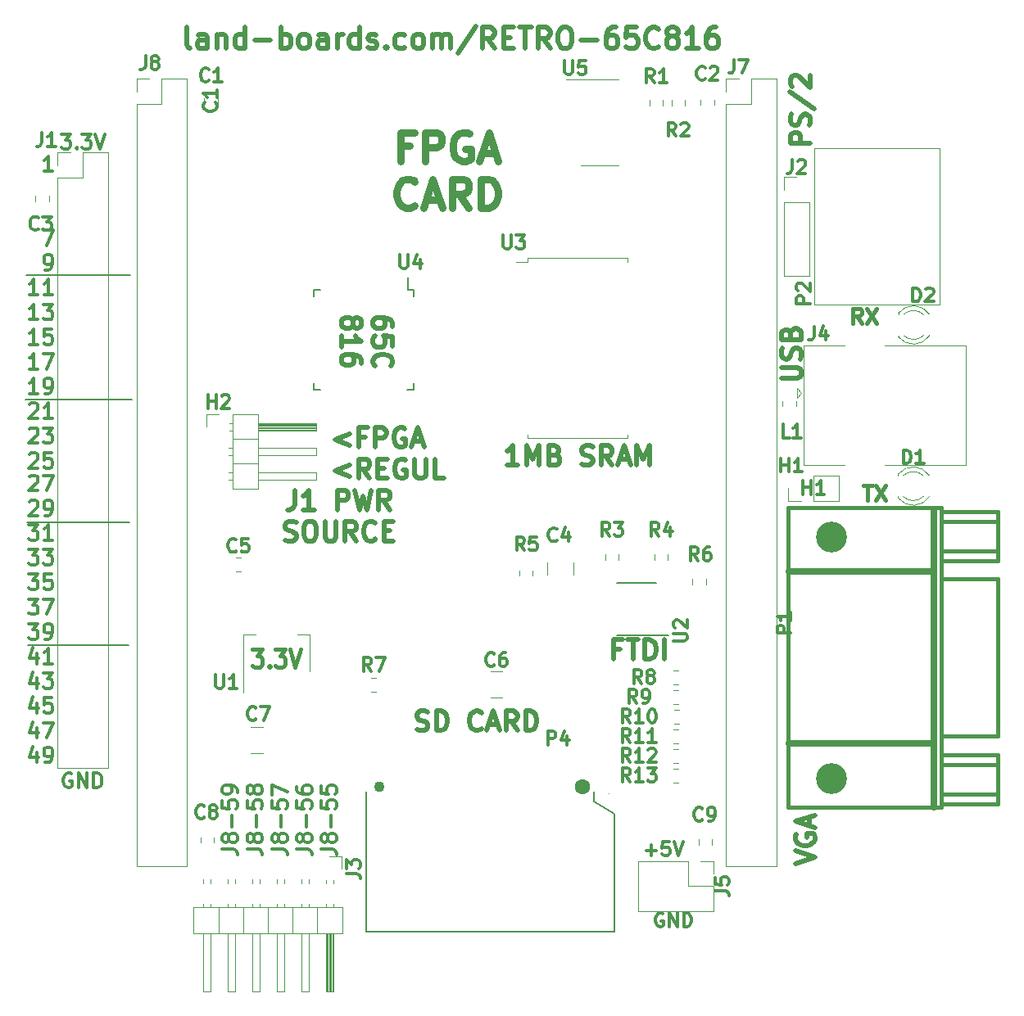
<source format=gto>
G04 #@! TF.GenerationSoftware,KiCad,Pcbnew,(6.0.1)*
G04 #@! TF.CreationDate,2022-05-30T09:03:46-04:00*
G04 #@! TF.ProjectId,RETRO-65C816,52455452-4f2d-4363-9543-3831362e6b69,3*
G04 #@! TF.SameCoordinates,Original*
G04 #@! TF.FileFunction,Legend,Top*
G04 #@! TF.FilePolarity,Positive*
%FSLAX46Y46*%
G04 Gerber Fmt 4.6, Leading zero omitted, Abs format (unit mm)*
G04 Created by KiCad (PCBNEW (6.0.1)) date 2022-05-30 09:03:46*
%MOMM*%
%LPD*%
G01*
G04 APERTURE LIST*
%ADD10C,0.200000*%
%ADD11C,0.500000*%
%ADD12C,0.412750*%
%ADD13C,0.750000*%
%ADD14C,0.300000*%
%ADD15C,0.381000*%
%ADD16C,0.349250*%
%ADD17C,0.539750*%
%ADD18C,0.120000*%
%ADD19C,0.150000*%
%ADD20C,0.010000*%
%ADD21C,0.650000*%
%ADD22C,1.100000*%
%ADD23C,1.600000*%
%ADD24C,3.200000*%
G04 APERTURE END LIST*
D10*
X21234400Y-62687200D02*
X10668000Y-62661800D01*
X21158200Y-75361800D02*
X10718800Y-75387200D01*
X21336000Y-37134800D02*
X10541000Y-37134800D01*
X21513800Y-49961800D02*
X10490200Y-49961800D01*
D11*
X91582761Y-23542190D02*
X89582761Y-23542190D01*
X89582761Y-22780285D01*
X89678000Y-22589809D01*
X89773238Y-22494571D01*
X89963714Y-22399333D01*
X90249428Y-22399333D01*
X90439904Y-22494571D01*
X90535142Y-22589809D01*
X90630380Y-22780285D01*
X90630380Y-23542190D01*
X91487523Y-21637428D02*
X91582761Y-21351714D01*
X91582761Y-20875523D01*
X91487523Y-20685047D01*
X91392285Y-20589809D01*
X91201809Y-20494571D01*
X91011333Y-20494571D01*
X90820857Y-20589809D01*
X90725619Y-20685047D01*
X90630380Y-20875523D01*
X90535142Y-21256476D01*
X90439904Y-21446952D01*
X90344666Y-21542190D01*
X90154190Y-21637428D01*
X89963714Y-21637428D01*
X89773238Y-21542190D01*
X89678000Y-21446952D01*
X89582761Y-21256476D01*
X89582761Y-20780285D01*
X89678000Y-20494571D01*
X89487523Y-18208857D02*
X92058952Y-19923142D01*
X89773238Y-17637428D02*
X89678000Y-17542190D01*
X89582761Y-17351714D01*
X89582761Y-16875523D01*
X89678000Y-16685047D01*
X89773238Y-16589809D01*
X89963714Y-16494571D01*
X90154190Y-16494571D01*
X90439904Y-16589809D01*
X91582761Y-17732666D01*
X91582761Y-16494571D01*
D12*
X33961009Y-75791785D02*
X34983057Y-75791785D01*
X34432723Y-76517500D01*
X34668580Y-76517500D01*
X34825819Y-76608214D01*
X34904438Y-76698928D01*
X34983057Y-76880357D01*
X34983057Y-77333928D01*
X34904438Y-77515357D01*
X34825819Y-77606071D01*
X34668580Y-77696785D01*
X34196866Y-77696785D01*
X34039628Y-77606071D01*
X33961009Y-77515357D01*
X35690628Y-77515357D02*
X35769247Y-77606071D01*
X35690628Y-77696785D01*
X35612009Y-77606071D01*
X35690628Y-77515357D01*
X35690628Y-77696785D01*
X36319580Y-75791785D02*
X37341628Y-75791785D01*
X36791295Y-76517500D01*
X37027152Y-76517500D01*
X37184390Y-76608214D01*
X37263009Y-76698928D01*
X37341628Y-76880357D01*
X37341628Y-77333928D01*
X37263009Y-77515357D01*
X37184390Y-77606071D01*
X37027152Y-77696785D01*
X36555438Y-77696785D01*
X36398200Y-77606071D01*
X36319580Y-77515357D01*
X37813342Y-75791785D02*
X38363676Y-77696785D01*
X38914009Y-75791785D01*
D13*
X50244857Y-23786714D02*
X49244857Y-23786714D01*
X49244857Y-25358142D02*
X49244857Y-22358142D01*
X50673428Y-22358142D01*
X51816285Y-25358142D02*
X51816285Y-22358142D01*
X52959142Y-22358142D01*
X53244857Y-22501000D01*
X53387714Y-22643857D01*
X53530571Y-22929571D01*
X53530571Y-23358142D01*
X53387714Y-23643857D01*
X53244857Y-23786714D01*
X52959142Y-23929571D01*
X51816285Y-23929571D01*
X56387714Y-22501000D02*
X56102000Y-22358142D01*
X55673428Y-22358142D01*
X55244857Y-22501000D01*
X54959142Y-22786714D01*
X54816285Y-23072428D01*
X54673428Y-23643857D01*
X54673428Y-24072428D01*
X54816285Y-24643857D01*
X54959142Y-24929571D01*
X55244857Y-25215285D01*
X55673428Y-25358142D01*
X55959142Y-25358142D01*
X56387714Y-25215285D01*
X56530571Y-25072428D01*
X56530571Y-24072428D01*
X55959142Y-24072428D01*
X57673428Y-24501000D02*
X59102000Y-24501000D01*
X57387714Y-25358142D02*
X58387714Y-22358142D01*
X59387714Y-25358142D01*
X50744857Y-29902428D02*
X50602000Y-30045285D01*
X50173428Y-30188142D01*
X49887714Y-30188142D01*
X49459142Y-30045285D01*
X49173428Y-29759571D01*
X49030571Y-29473857D01*
X48887714Y-28902428D01*
X48887714Y-28473857D01*
X49030571Y-27902428D01*
X49173428Y-27616714D01*
X49459142Y-27331000D01*
X49887714Y-27188142D01*
X50173428Y-27188142D01*
X50602000Y-27331000D01*
X50744857Y-27473857D01*
X51887714Y-29331000D02*
X53316285Y-29331000D01*
X51602000Y-30188142D02*
X52602000Y-27188142D01*
X53602000Y-30188142D01*
X56316285Y-30188142D02*
X55316285Y-28759571D01*
X54602000Y-30188142D02*
X54602000Y-27188142D01*
X55744857Y-27188142D01*
X56030571Y-27331000D01*
X56173428Y-27473857D01*
X56316285Y-27759571D01*
X56316285Y-28188142D01*
X56173428Y-28473857D01*
X56030571Y-28616714D01*
X55744857Y-28759571D01*
X54602000Y-28759571D01*
X57602000Y-30188142D02*
X57602000Y-27188142D01*
X58316285Y-27188142D01*
X58744857Y-27331000D01*
X59030571Y-27616714D01*
X59173428Y-27902428D01*
X59316285Y-28473857D01*
X59316285Y-28902428D01*
X59173428Y-29473857D01*
X59030571Y-29759571D01*
X58744857Y-30045285D01*
X58316285Y-30188142D01*
X57602000Y-30188142D01*
D11*
X88642961Y-47812009D02*
X90262009Y-47812009D01*
X90452485Y-47716771D01*
X90547723Y-47621533D01*
X90642961Y-47431057D01*
X90642961Y-47050104D01*
X90547723Y-46859628D01*
X90452485Y-46764390D01*
X90262009Y-46669152D01*
X88642961Y-46669152D01*
X90547723Y-45812009D02*
X90642961Y-45526295D01*
X90642961Y-45050104D01*
X90547723Y-44859628D01*
X90452485Y-44764390D01*
X90262009Y-44669152D01*
X90071533Y-44669152D01*
X89881057Y-44764390D01*
X89785819Y-44859628D01*
X89690580Y-45050104D01*
X89595342Y-45431057D01*
X89500104Y-45621533D01*
X89404866Y-45716771D01*
X89214390Y-45812009D01*
X89023914Y-45812009D01*
X88833438Y-45716771D01*
X88738200Y-45621533D01*
X88642961Y-45431057D01*
X88642961Y-44954866D01*
X88738200Y-44669152D01*
X89595342Y-43145342D02*
X89690580Y-42859628D01*
X89785819Y-42764390D01*
X89976295Y-42669152D01*
X90262009Y-42669152D01*
X90452485Y-42764390D01*
X90547723Y-42859628D01*
X90642961Y-43050104D01*
X90642961Y-43812009D01*
X88642961Y-43812009D01*
X88642961Y-43145342D01*
X88738200Y-42954866D01*
X88833438Y-42859628D01*
X89023914Y-42764390D01*
X89214390Y-42764390D01*
X89404866Y-42859628D01*
X89500104Y-42954866D01*
X89595342Y-43145342D01*
X89595342Y-43812009D01*
D14*
X15265542Y-88708800D02*
X15122685Y-88637371D01*
X14908400Y-88637371D01*
X14694114Y-88708800D01*
X14551257Y-88851657D01*
X14479828Y-88994514D01*
X14408400Y-89280228D01*
X14408400Y-89494514D01*
X14479828Y-89780228D01*
X14551257Y-89923085D01*
X14694114Y-90065942D01*
X14908400Y-90137371D01*
X15051257Y-90137371D01*
X15265542Y-90065942D01*
X15336971Y-89994514D01*
X15336971Y-89494514D01*
X15051257Y-89494514D01*
X15979828Y-90137371D02*
X15979828Y-88637371D01*
X16836971Y-90137371D01*
X16836971Y-88637371D01*
X17551257Y-90137371D02*
X17551257Y-88637371D01*
X17908400Y-88637371D01*
X18122685Y-88708800D01*
X18265542Y-88851657D01*
X18336971Y-88994514D01*
X18408400Y-89280228D01*
X18408400Y-89494514D01*
X18336971Y-89780228D01*
X18265542Y-89923085D01*
X18122685Y-90065942D01*
X17908400Y-90137371D01*
X17551257Y-90137371D01*
X14219514Y-22571971D02*
X15148085Y-22571971D01*
X14648085Y-23143400D01*
X14862371Y-23143400D01*
X15005228Y-23214828D01*
X15076657Y-23286257D01*
X15148085Y-23429114D01*
X15148085Y-23786257D01*
X15076657Y-23929114D01*
X15005228Y-24000542D01*
X14862371Y-24071971D01*
X14433800Y-24071971D01*
X14290942Y-24000542D01*
X14219514Y-23929114D01*
X15790942Y-23929114D02*
X15862371Y-24000542D01*
X15790942Y-24071971D01*
X15719514Y-24000542D01*
X15790942Y-23929114D01*
X15790942Y-24071971D01*
X16362371Y-22571971D02*
X17290942Y-22571971D01*
X16790942Y-23143400D01*
X17005228Y-23143400D01*
X17148085Y-23214828D01*
X17219514Y-23286257D01*
X17290942Y-23429114D01*
X17290942Y-23786257D01*
X17219514Y-23929114D01*
X17148085Y-24000542D01*
X17005228Y-24071971D01*
X16576657Y-24071971D01*
X16433800Y-24000542D01*
X16362371Y-23929114D01*
X17719514Y-22571971D02*
X18219514Y-24071971D01*
X18719514Y-22571971D01*
D11*
X50959523Y-84121523D02*
X51245238Y-84216761D01*
X51721428Y-84216761D01*
X51911904Y-84121523D01*
X52007142Y-84026285D01*
X52102380Y-83835809D01*
X52102380Y-83645333D01*
X52007142Y-83454857D01*
X51911904Y-83359619D01*
X51721428Y-83264380D01*
X51340476Y-83169142D01*
X51150000Y-83073904D01*
X51054761Y-82978666D01*
X50959523Y-82788190D01*
X50959523Y-82597714D01*
X51054761Y-82407238D01*
X51150000Y-82312000D01*
X51340476Y-82216761D01*
X51816666Y-82216761D01*
X52102380Y-82312000D01*
X52959523Y-84216761D02*
X52959523Y-82216761D01*
X53435714Y-82216761D01*
X53721428Y-82312000D01*
X53911904Y-82502476D01*
X54007142Y-82692952D01*
X54102380Y-83073904D01*
X54102380Y-83359619D01*
X54007142Y-83740571D01*
X53911904Y-83931047D01*
X53721428Y-84121523D01*
X53435714Y-84216761D01*
X52959523Y-84216761D01*
X57626190Y-84026285D02*
X57530952Y-84121523D01*
X57245238Y-84216761D01*
X57054761Y-84216761D01*
X56769047Y-84121523D01*
X56578571Y-83931047D01*
X56483333Y-83740571D01*
X56388095Y-83359619D01*
X56388095Y-83073904D01*
X56483333Y-82692952D01*
X56578571Y-82502476D01*
X56769047Y-82312000D01*
X57054761Y-82216761D01*
X57245238Y-82216761D01*
X57530952Y-82312000D01*
X57626190Y-82407238D01*
X58388095Y-83645333D02*
X59340476Y-83645333D01*
X58197619Y-84216761D02*
X58864285Y-82216761D01*
X59530952Y-84216761D01*
X61340476Y-84216761D02*
X60673809Y-83264380D01*
X60197619Y-84216761D02*
X60197619Y-82216761D01*
X60959523Y-82216761D01*
X61150000Y-82312000D01*
X61245238Y-82407238D01*
X61340476Y-82597714D01*
X61340476Y-82883428D01*
X61245238Y-83073904D01*
X61150000Y-83169142D01*
X60959523Y-83264380D01*
X60197619Y-83264380D01*
X62197619Y-84216761D02*
X62197619Y-82216761D01*
X62673809Y-82216761D01*
X62959523Y-82312000D01*
X63150000Y-82502476D01*
X63245238Y-82692952D01*
X63340476Y-83073904D01*
X63340476Y-83359619D01*
X63245238Y-83740571D01*
X63150000Y-83931047D01*
X62959523Y-84121523D01*
X62673809Y-84216761D01*
X62197619Y-84216761D01*
X90090761Y-98027809D02*
X92090761Y-97361142D01*
X90090761Y-96694476D01*
X90186000Y-94980190D02*
X90090761Y-95170666D01*
X90090761Y-95456380D01*
X90186000Y-95742095D01*
X90376476Y-95932571D01*
X90566952Y-96027809D01*
X90947904Y-96123047D01*
X91233619Y-96123047D01*
X91614571Y-96027809D01*
X91805047Y-95932571D01*
X91995523Y-95742095D01*
X92090761Y-95456380D01*
X92090761Y-95265904D01*
X91995523Y-94980190D01*
X91900285Y-94884952D01*
X91233619Y-94884952D01*
X91233619Y-95265904D01*
X91519333Y-94123047D02*
X91519333Y-93170666D01*
X92090761Y-94313523D02*
X90090761Y-93646857D01*
X92090761Y-92980190D01*
X38354571Y-59397761D02*
X38354571Y-60826333D01*
X38259333Y-61112047D01*
X38068857Y-61302523D01*
X37783142Y-61397761D01*
X37592666Y-61397761D01*
X40354571Y-61397761D02*
X39211714Y-61397761D01*
X39783142Y-61397761D02*
X39783142Y-59397761D01*
X39592666Y-59683476D01*
X39402190Y-59873952D01*
X39211714Y-59969190D01*
X42735523Y-61397761D02*
X42735523Y-59397761D01*
X43497428Y-59397761D01*
X43687904Y-59493000D01*
X43783142Y-59588238D01*
X43878380Y-59778714D01*
X43878380Y-60064428D01*
X43783142Y-60254904D01*
X43687904Y-60350142D01*
X43497428Y-60445380D01*
X42735523Y-60445380D01*
X44545047Y-59397761D02*
X45021238Y-61397761D01*
X45402190Y-59969190D01*
X45783142Y-61397761D01*
X46259333Y-59397761D01*
X48164095Y-61397761D02*
X47497428Y-60445380D01*
X47021238Y-61397761D02*
X47021238Y-59397761D01*
X47783142Y-59397761D01*
X47973619Y-59493000D01*
X48068857Y-59588238D01*
X48164095Y-59778714D01*
X48164095Y-60064428D01*
X48068857Y-60254904D01*
X47973619Y-60350142D01*
X47783142Y-60445380D01*
X47021238Y-60445380D01*
X37354571Y-64522523D02*
X37640285Y-64617761D01*
X38116476Y-64617761D01*
X38306952Y-64522523D01*
X38402190Y-64427285D01*
X38497428Y-64236809D01*
X38497428Y-64046333D01*
X38402190Y-63855857D01*
X38306952Y-63760619D01*
X38116476Y-63665380D01*
X37735523Y-63570142D01*
X37545047Y-63474904D01*
X37449809Y-63379666D01*
X37354571Y-63189190D01*
X37354571Y-62998714D01*
X37449809Y-62808238D01*
X37545047Y-62713000D01*
X37735523Y-62617761D01*
X38211714Y-62617761D01*
X38497428Y-62713000D01*
X39735523Y-62617761D02*
X40116476Y-62617761D01*
X40306952Y-62713000D01*
X40497428Y-62903476D01*
X40592666Y-63284428D01*
X40592666Y-63951095D01*
X40497428Y-64332047D01*
X40306952Y-64522523D01*
X40116476Y-64617761D01*
X39735523Y-64617761D01*
X39545047Y-64522523D01*
X39354571Y-64332047D01*
X39259333Y-63951095D01*
X39259333Y-63284428D01*
X39354571Y-62903476D01*
X39545047Y-62713000D01*
X39735523Y-62617761D01*
X41449809Y-62617761D02*
X41449809Y-64236809D01*
X41545047Y-64427285D01*
X41640285Y-64522523D01*
X41830761Y-64617761D01*
X42211714Y-64617761D01*
X42402190Y-64522523D01*
X42497428Y-64427285D01*
X42592666Y-64236809D01*
X42592666Y-62617761D01*
X44687904Y-64617761D02*
X44021238Y-63665380D01*
X43545047Y-64617761D02*
X43545047Y-62617761D01*
X44306952Y-62617761D01*
X44497428Y-62713000D01*
X44592666Y-62808238D01*
X44687904Y-62998714D01*
X44687904Y-63284428D01*
X44592666Y-63474904D01*
X44497428Y-63570142D01*
X44306952Y-63665380D01*
X43545047Y-63665380D01*
X46687904Y-64427285D02*
X46592666Y-64522523D01*
X46306952Y-64617761D01*
X46116476Y-64617761D01*
X45830761Y-64522523D01*
X45640285Y-64332047D01*
X45545047Y-64141571D01*
X45449809Y-63760619D01*
X45449809Y-63474904D01*
X45545047Y-63093952D01*
X45640285Y-62903476D01*
X45830761Y-62713000D01*
X46116476Y-62617761D01*
X46306952Y-62617761D01*
X46592666Y-62713000D01*
X46687904Y-62808238D01*
X47545047Y-63570142D02*
X48211714Y-63570142D01*
X48497428Y-64617761D02*
X47545047Y-64617761D01*
X47545047Y-62617761D01*
X48497428Y-62617761D01*
X43981000Y-53587428D02*
X42457190Y-54158857D01*
X43981000Y-54730285D01*
X45600047Y-53873142D02*
X44933380Y-53873142D01*
X44933380Y-54920761D02*
X44933380Y-52920761D01*
X45885761Y-52920761D01*
X46647666Y-54920761D02*
X46647666Y-52920761D01*
X47409571Y-52920761D01*
X47600047Y-53016000D01*
X47695285Y-53111238D01*
X47790523Y-53301714D01*
X47790523Y-53587428D01*
X47695285Y-53777904D01*
X47600047Y-53873142D01*
X47409571Y-53968380D01*
X46647666Y-53968380D01*
X49695285Y-53016000D02*
X49504809Y-52920761D01*
X49219095Y-52920761D01*
X48933380Y-53016000D01*
X48742904Y-53206476D01*
X48647666Y-53396952D01*
X48552428Y-53777904D01*
X48552428Y-54063619D01*
X48647666Y-54444571D01*
X48742904Y-54635047D01*
X48933380Y-54825523D01*
X49219095Y-54920761D01*
X49409571Y-54920761D01*
X49695285Y-54825523D01*
X49790523Y-54730285D01*
X49790523Y-54063619D01*
X49409571Y-54063619D01*
X50552428Y-54349333D02*
X51504809Y-54349333D01*
X50361952Y-54920761D02*
X51028619Y-52920761D01*
X51695285Y-54920761D01*
X43981000Y-56807428D02*
X42457190Y-57378857D01*
X43981000Y-57950285D01*
X46076238Y-58140761D02*
X45409571Y-57188380D01*
X44933380Y-58140761D02*
X44933380Y-56140761D01*
X45695285Y-56140761D01*
X45885761Y-56236000D01*
X45981000Y-56331238D01*
X46076238Y-56521714D01*
X46076238Y-56807428D01*
X45981000Y-56997904D01*
X45885761Y-57093142D01*
X45695285Y-57188380D01*
X44933380Y-57188380D01*
X46933380Y-57093142D02*
X47600047Y-57093142D01*
X47885761Y-58140761D02*
X46933380Y-58140761D01*
X46933380Y-56140761D01*
X47885761Y-56140761D01*
X49790523Y-56236000D02*
X49600047Y-56140761D01*
X49314333Y-56140761D01*
X49028619Y-56236000D01*
X48838142Y-56426476D01*
X48742904Y-56616952D01*
X48647666Y-56997904D01*
X48647666Y-57283619D01*
X48742904Y-57664571D01*
X48838142Y-57855047D01*
X49028619Y-58045523D01*
X49314333Y-58140761D01*
X49504809Y-58140761D01*
X49790523Y-58045523D01*
X49885761Y-57950285D01*
X49885761Y-57283619D01*
X49504809Y-57283619D01*
X50742904Y-56140761D02*
X50742904Y-57759809D01*
X50838142Y-57950285D01*
X50933380Y-58045523D01*
X51123857Y-58140761D01*
X51504809Y-58140761D01*
X51695285Y-58045523D01*
X51790523Y-57950285D01*
X51885761Y-57759809D01*
X51885761Y-56140761D01*
X53790523Y-58140761D02*
X52838142Y-58140761D01*
X52838142Y-56140761D01*
D15*
X97136857Y-58855428D02*
X98007714Y-58855428D01*
X97572285Y-60379428D02*
X97572285Y-58855428D01*
X98370571Y-58855428D02*
X99386571Y-60379428D01*
X99386571Y-58855428D02*
X98370571Y-60379428D01*
X96901000Y-42091428D02*
X96393000Y-41365714D01*
X96030142Y-42091428D02*
X96030142Y-40567428D01*
X96610714Y-40567428D01*
X96755857Y-40640000D01*
X96828428Y-40712571D01*
X96901000Y-40857714D01*
X96901000Y-41075428D01*
X96828428Y-41220571D01*
X96755857Y-41293142D01*
X96610714Y-41365714D01*
X96030142Y-41365714D01*
X97409000Y-40567428D02*
X98425000Y-42091428D01*
X98425000Y-40567428D02*
X97409000Y-42091428D01*
D16*
X74657857Y-96619785D02*
X75722238Y-96619785D01*
X75190047Y-97151976D02*
X75190047Y-96087595D01*
X77052714Y-95754976D02*
X76387476Y-95754976D01*
X76320952Y-96420214D01*
X76387476Y-96353690D01*
X76520523Y-96287166D01*
X76853142Y-96287166D01*
X76986190Y-96353690D01*
X77052714Y-96420214D01*
X77119238Y-96553261D01*
X77119238Y-96885880D01*
X77052714Y-97018928D01*
X76986190Y-97085452D01*
X76853142Y-97151976D01*
X76520523Y-97151976D01*
X76387476Y-97085452D01*
X76320952Y-97018928D01*
X77518380Y-95754976D02*
X77984047Y-97151976D01*
X78449714Y-95754976D01*
X10894558Y-57995533D02*
X10970154Y-57919938D01*
X11121344Y-57844342D01*
X11499320Y-57844342D01*
X11650511Y-57919938D01*
X11726106Y-57995533D01*
X11801701Y-58146723D01*
X11801701Y-58297914D01*
X11726106Y-58524699D01*
X10818963Y-59431842D01*
X11801701Y-59431842D01*
X12330868Y-57844342D02*
X13389201Y-57844342D01*
X12708844Y-59431842D01*
X10894558Y-60551408D02*
X10970154Y-60475813D01*
X11121344Y-60400217D01*
X11499320Y-60400217D01*
X11650511Y-60475813D01*
X11726106Y-60551408D01*
X11801701Y-60702598D01*
X11801701Y-60853789D01*
X11726106Y-61080574D01*
X10818963Y-61987717D01*
X11801701Y-61987717D01*
X12557654Y-61987717D02*
X12860035Y-61987717D01*
X13011225Y-61912122D01*
X13086820Y-61836527D01*
X13238011Y-61609741D01*
X13313606Y-61307360D01*
X13313606Y-60702598D01*
X13238011Y-60551408D01*
X13162416Y-60475813D01*
X13011225Y-60400217D01*
X12708844Y-60400217D01*
X12557654Y-60475813D01*
X12482058Y-60551408D01*
X12406463Y-60702598D01*
X12406463Y-61080574D01*
X12482058Y-61231765D01*
X12557654Y-61307360D01*
X12708844Y-61382955D01*
X13011225Y-61382955D01*
X13162416Y-61307360D01*
X13238011Y-61231765D01*
X13313606Y-61080574D01*
X10818963Y-62956092D02*
X11801701Y-62956092D01*
X11272535Y-63560854D01*
X11499320Y-63560854D01*
X11650511Y-63636449D01*
X11726106Y-63712045D01*
X11801701Y-63863235D01*
X11801701Y-64241211D01*
X11726106Y-64392402D01*
X11650511Y-64467997D01*
X11499320Y-64543592D01*
X11045749Y-64543592D01*
X10894558Y-64467997D01*
X10818963Y-64392402D01*
X13313606Y-64543592D02*
X12406463Y-64543592D01*
X12860035Y-64543592D02*
X12860035Y-62956092D01*
X12708844Y-63182878D01*
X12557654Y-63334068D01*
X12406463Y-63409664D01*
X10818963Y-65511967D02*
X11801701Y-65511967D01*
X11272535Y-66116729D01*
X11499320Y-66116729D01*
X11650511Y-66192324D01*
X11726106Y-66267920D01*
X11801701Y-66419110D01*
X11801701Y-66797086D01*
X11726106Y-66948277D01*
X11650511Y-67023872D01*
X11499320Y-67099467D01*
X11045749Y-67099467D01*
X10894558Y-67023872D01*
X10818963Y-66948277D01*
X12330868Y-65511967D02*
X13313606Y-65511967D01*
X12784439Y-66116729D01*
X13011225Y-66116729D01*
X13162416Y-66192324D01*
X13238011Y-66267920D01*
X13313606Y-66419110D01*
X13313606Y-66797086D01*
X13238011Y-66948277D01*
X13162416Y-67023872D01*
X13011225Y-67099467D01*
X12557654Y-67099467D01*
X12406463Y-67023872D01*
X12330868Y-66948277D01*
X10818963Y-68067842D02*
X11801701Y-68067842D01*
X11272535Y-68672604D01*
X11499320Y-68672604D01*
X11650511Y-68748199D01*
X11726106Y-68823795D01*
X11801701Y-68974985D01*
X11801701Y-69352961D01*
X11726106Y-69504152D01*
X11650511Y-69579747D01*
X11499320Y-69655342D01*
X11045749Y-69655342D01*
X10894558Y-69579747D01*
X10818963Y-69504152D01*
X13238011Y-68067842D02*
X12482058Y-68067842D01*
X12406463Y-68823795D01*
X12482058Y-68748199D01*
X12633249Y-68672604D01*
X13011225Y-68672604D01*
X13162416Y-68748199D01*
X13238011Y-68823795D01*
X13313606Y-68974985D01*
X13313606Y-69352961D01*
X13238011Y-69504152D01*
X13162416Y-69579747D01*
X13011225Y-69655342D01*
X12633249Y-69655342D01*
X12482058Y-69579747D01*
X12406463Y-69504152D01*
X10818963Y-70623717D02*
X11801701Y-70623717D01*
X11272535Y-71228479D01*
X11499320Y-71228479D01*
X11650511Y-71304074D01*
X11726106Y-71379670D01*
X11801701Y-71530860D01*
X11801701Y-71908836D01*
X11726106Y-72060027D01*
X11650511Y-72135622D01*
X11499320Y-72211217D01*
X11045749Y-72211217D01*
X10894558Y-72135622D01*
X10818963Y-72060027D01*
X12330868Y-70623717D02*
X13389201Y-70623717D01*
X12708844Y-72211217D01*
X10818963Y-73179592D02*
X11801701Y-73179592D01*
X11272535Y-73784354D01*
X11499320Y-73784354D01*
X11650511Y-73859949D01*
X11726106Y-73935545D01*
X11801701Y-74086735D01*
X11801701Y-74464711D01*
X11726106Y-74615902D01*
X11650511Y-74691497D01*
X11499320Y-74767092D01*
X11045749Y-74767092D01*
X10894558Y-74691497D01*
X10818963Y-74615902D01*
X12557654Y-74767092D02*
X12860035Y-74767092D01*
X13011225Y-74691497D01*
X13086820Y-74615902D01*
X13238011Y-74389116D01*
X13313606Y-74086735D01*
X13313606Y-73481973D01*
X13238011Y-73330783D01*
X13162416Y-73255188D01*
X13011225Y-73179592D01*
X12708844Y-73179592D01*
X12557654Y-73255188D01*
X12482058Y-73330783D01*
X12406463Y-73481973D01*
X12406463Y-73859949D01*
X12482058Y-74011140D01*
X12557654Y-74086735D01*
X12708844Y-74162330D01*
X13011225Y-74162330D01*
X13162416Y-74086735D01*
X13238011Y-74011140D01*
X13313606Y-73859949D01*
X11650511Y-76264634D02*
X11650511Y-77322967D01*
X11272535Y-75659872D02*
X10894558Y-76793801D01*
X11877297Y-76793801D01*
X13313606Y-77322967D02*
X12406463Y-77322967D01*
X12860035Y-77322967D02*
X12860035Y-75735467D01*
X12708844Y-75962253D01*
X12557654Y-76113443D01*
X12406463Y-76189039D01*
X11650511Y-78820509D02*
X11650511Y-79878842D01*
X11272535Y-78215747D02*
X10894558Y-79349676D01*
X11877297Y-79349676D01*
X12330868Y-78291342D02*
X13313606Y-78291342D01*
X12784439Y-78896104D01*
X13011225Y-78896104D01*
X13162416Y-78971699D01*
X13238011Y-79047295D01*
X13313606Y-79198485D01*
X13313606Y-79576461D01*
X13238011Y-79727652D01*
X13162416Y-79803247D01*
X13011225Y-79878842D01*
X12557654Y-79878842D01*
X12406463Y-79803247D01*
X12330868Y-79727652D01*
X11650511Y-81376384D02*
X11650511Y-82434717D01*
X11272535Y-80771622D02*
X10894558Y-81905551D01*
X11877297Y-81905551D01*
X13238011Y-80847217D02*
X12482058Y-80847217D01*
X12406463Y-81603170D01*
X12482058Y-81527574D01*
X12633249Y-81451979D01*
X13011225Y-81451979D01*
X13162416Y-81527574D01*
X13238011Y-81603170D01*
X13313606Y-81754360D01*
X13313606Y-82132336D01*
X13238011Y-82283527D01*
X13162416Y-82359122D01*
X13011225Y-82434717D01*
X12633249Y-82434717D01*
X12482058Y-82359122D01*
X12406463Y-82283527D01*
X11650511Y-83932259D02*
X11650511Y-84990592D01*
X11272535Y-83327497D02*
X10894558Y-84461426D01*
X11877297Y-84461426D01*
X12330868Y-83403092D02*
X13389201Y-83403092D01*
X12708844Y-84990592D01*
X11650511Y-86488134D02*
X11650511Y-87546467D01*
X11272535Y-85883372D02*
X10894558Y-87017301D01*
X11877297Y-87017301D01*
X12557654Y-87546467D02*
X12860035Y-87546467D01*
X13011225Y-87470872D01*
X13086820Y-87395277D01*
X13238011Y-87168491D01*
X13313606Y-86866110D01*
X13313606Y-86261348D01*
X13238011Y-86110158D01*
X13162416Y-86034563D01*
X13011225Y-85958967D01*
X12708844Y-85958967D01*
X12557654Y-86034563D01*
X12482058Y-86110158D01*
X12406463Y-86261348D01*
X12406463Y-86639324D01*
X12482058Y-86790515D01*
X12557654Y-86866110D01*
X12708844Y-86941705D01*
X13011225Y-86941705D01*
X13162416Y-86866110D01*
X13238011Y-86790515D01*
X13313606Y-86639324D01*
D11*
X48425238Y-42476133D02*
X48425238Y-42095180D01*
X48330000Y-41904704D01*
X48234761Y-41809466D01*
X47949047Y-41618990D01*
X47568095Y-41523752D01*
X46806190Y-41523752D01*
X46615714Y-41618990D01*
X46520476Y-41714228D01*
X46425238Y-41904704D01*
X46425238Y-42285657D01*
X46520476Y-42476133D01*
X46615714Y-42571371D01*
X46806190Y-42666609D01*
X47282380Y-42666609D01*
X47472857Y-42571371D01*
X47568095Y-42476133D01*
X47663333Y-42285657D01*
X47663333Y-41904704D01*
X47568095Y-41714228D01*
X47472857Y-41618990D01*
X47282380Y-41523752D01*
X48425238Y-44476133D02*
X48425238Y-43523752D01*
X47472857Y-43428514D01*
X47568095Y-43523752D01*
X47663333Y-43714228D01*
X47663333Y-44190419D01*
X47568095Y-44380895D01*
X47472857Y-44476133D01*
X47282380Y-44571371D01*
X46806190Y-44571371D01*
X46615714Y-44476133D01*
X46520476Y-44380895D01*
X46425238Y-44190419D01*
X46425238Y-43714228D01*
X46520476Y-43523752D01*
X46615714Y-43428514D01*
X46615714Y-46571371D02*
X46520476Y-46476133D01*
X46425238Y-46190419D01*
X46425238Y-45999942D01*
X46520476Y-45714228D01*
X46710952Y-45523752D01*
X46901428Y-45428514D01*
X47282380Y-45333276D01*
X47568095Y-45333276D01*
X47949047Y-45428514D01*
X48139523Y-45523752D01*
X48330000Y-45714228D01*
X48425238Y-45999942D01*
X48425238Y-46190419D01*
X48330000Y-46476133D01*
X48234761Y-46571371D01*
X44348095Y-41904704D02*
X44443333Y-41714228D01*
X44538571Y-41618990D01*
X44729047Y-41523752D01*
X44824285Y-41523752D01*
X45014761Y-41618990D01*
X45110000Y-41714228D01*
X45205238Y-41904704D01*
X45205238Y-42285657D01*
X45110000Y-42476133D01*
X45014761Y-42571371D01*
X44824285Y-42666609D01*
X44729047Y-42666609D01*
X44538571Y-42571371D01*
X44443333Y-42476133D01*
X44348095Y-42285657D01*
X44348095Y-41904704D01*
X44252857Y-41714228D01*
X44157619Y-41618990D01*
X43967142Y-41523752D01*
X43586190Y-41523752D01*
X43395714Y-41618990D01*
X43300476Y-41714228D01*
X43205238Y-41904704D01*
X43205238Y-42285657D01*
X43300476Y-42476133D01*
X43395714Y-42571371D01*
X43586190Y-42666609D01*
X43967142Y-42666609D01*
X44157619Y-42571371D01*
X44252857Y-42476133D01*
X44348095Y-42285657D01*
X43205238Y-44571371D02*
X43205238Y-43428514D01*
X43205238Y-43999942D02*
X45205238Y-43999942D01*
X44919523Y-43809466D01*
X44729047Y-43618990D01*
X44633809Y-43428514D01*
X45205238Y-46285657D02*
X45205238Y-45904704D01*
X45110000Y-45714228D01*
X45014761Y-45618990D01*
X44729047Y-45428514D01*
X44348095Y-45333276D01*
X43586190Y-45333276D01*
X43395714Y-45428514D01*
X43300476Y-45523752D01*
X43205238Y-45714228D01*
X43205238Y-46095180D01*
X43300476Y-46285657D01*
X43395714Y-46380895D01*
X43586190Y-46476133D01*
X44062380Y-46476133D01*
X44252857Y-46380895D01*
X44348095Y-46285657D01*
X44443333Y-46095180D01*
X44443333Y-45714228D01*
X44348095Y-45523752D01*
X44252857Y-45428514D01*
X44062380Y-45333276D01*
D17*
X27519690Y-13676690D02*
X27314071Y-13573880D01*
X27211261Y-13368261D01*
X27211261Y-11517690D01*
X29267452Y-13676690D02*
X29267452Y-12545785D01*
X29164642Y-12340166D01*
X28959023Y-12237357D01*
X28547785Y-12237357D01*
X28342166Y-12340166D01*
X29267452Y-13573880D02*
X29061833Y-13676690D01*
X28547785Y-13676690D01*
X28342166Y-13573880D01*
X28239357Y-13368261D01*
X28239357Y-13162642D01*
X28342166Y-12957023D01*
X28547785Y-12854214D01*
X29061833Y-12854214D01*
X29267452Y-12751404D01*
X30295547Y-12237357D02*
X30295547Y-13676690D01*
X30295547Y-12442976D02*
X30398357Y-12340166D01*
X30603976Y-12237357D01*
X30912404Y-12237357D01*
X31118023Y-12340166D01*
X31220833Y-12545785D01*
X31220833Y-13676690D01*
X33174214Y-13676690D02*
X33174214Y-11517690D01*
X33174214Y-13573880D02*
X32968595Y-13676690D01*
X32557357Y-13676690D01*
X32351738Y-13573880D01*
X32248928Y-13471071D01*
X32146119Y-13265452D01*
X32146119Y-12648595D01*
X32248928Y-12442976D01*
X32351738Y-12340166D01*
X32557357Y-12237357D01*
X32968595Y-12237357D01*
X33174214Y-12340166D01*
X34202309Y-12854214D02*
X35847261Y-12854214D01*
X36875357Y-13676690D02*
X36875357Y-11517690D01*
X36875357Y-12340166D02*
X37080976Y-12237357D01*
X37492214Y-12237357D01*
X37697833Y-12340166D01*
X37800642Y-12442976D01*
X37903452Y-12648595D01*
X37903452Y-13265452D01*
X37800642Y-13471071D01*
X37697833Y-13573880D01*
X37492214Y-13676690D01*
X37080976Y-13676690D01*
X36875357Y-13573880D01*
X39137166Y-13676690D02*
X38931547Y-13573880D01*
X38828738Y-13471071D01*
X38725928Y-13265452D01*
X38725928Y-12648595D01*
X38828738Y-12442976D01*
X38931547Y-12340166D01*
X39137166Y-12237357D01*
X39445595Y-12237357D01*
X39651214Y-12340166D01*
X39754023Y-12442976D01*
X39856833Y-12648595D01*
X39856833Y-13265452D01*
X39754023Y-13471071D01*
X39651214Y-13573880D01*
X39445595Y-13676690D01*
X39137166Y-13676690D01*
X41707404Y-13676690D02*
X41707404Y-12545785D01*
X41604595Y-12340166D01*
X41398976Y-12237357D01*
X40987738Y-12237357D01*
X40782119Y-12340166D01*
X41707404Y-13573880D02*
X41501785Y-13676690D01*
X40987738Y-13676690D01*
X40782119Y-13573880D01*
X40679309Y-13368261D01*
X40679309Y-13162642D01*
X40782119Y-12957023D01*
X40987738Y-12854214D01*
X41501785Y-12854214D01*
X41707404Y-12751404D01*
X42735499Y-13676690D02*
X42735499Y-12237357D01*
X42735499Y-12648595D02*
X42838309Y-12442976D01*
X42941119Y-12340166D01*
X43146738Y-12237357D01*
X43352357Y-12237357D01*
X44997309Y-13676690D02*
X44997309Y-11517690D01*
X44997309Y-13573880D02*
X44791690Y-13676690D01*
X44380452Y-13676690D01*
X44174833Y-13573880D01*
X44072023Y-13471071D01*
X43969214Y-13265452D01*
X43969214Y-12648595D01*
X44072023Y-12442976D01*
X44174833Y-12340166D01*
X44380452Y-12237357D01*
X44791690Y-12237357D01*
X44997309Y-12340166D01*
X45922595Y-13573880D02*
X46128214Y-13676690D01*
X46539452Y-13676690D01*
X46745071Y-13573880D01*
X46847880Y-13368261D01*
X46847880Y-13265452D01*
X46745071Y-13059833D01*
X46539452Y-12957023D01*
X46231023Y-12957023D01*
X46025404Y-12854214D01*
X45922595Y-12648595D01*
X45922595Y-12545785D01*
X46025404Y-12340166D01*
X46231023Y-12237357D01*
X46539452Y-12237357D01*
X46745071Y-12340166D01*
X47773166Y-13471071D02*
X47875976Y-13573880D01*
X47773166Y-13676690D01*
X47670357Y-13573880D01*
X47773166Y-13471071D01*
X47773166Y-13676690D01*
X49726547Y-13573880D02*
X49520928Y-13676690D01*
X49109690Y-13676690D01*
X48904071Y-13573880D01*
X48801261Y-13471071D01*
X48698452Y-13265452D01*
X48698452Y-12648595D01*
X48801261Y-12442976D01*
X48904071Y-12340166D01*
X49109690Y-12237357D01*
X49520928Y-12237357D01*
X49726547Y-12340166D01*
X50960261Y-13676690D02*
X50754642Y-13573880D01*
X50651833Y-13471071D01*
X50549023Y-13265452D01*
X50549023Y-12648595D01*
X50651833Y-12442976D01*
X50754642Y-12340166D01*
X50960261Y-12237357D01*
X51268690Y-12237357D01*
X51474309Y-12340166D01*
X51577119Y-12442976D01*
X51679928Y-12648595D01*
X51679928Y-13265452D01*
X51577119Y-13471071D01*
X51474309Y-13573880D01*
X51268690Y-13676690D01*
X50960261Y-13676690D01*
X52605214Y-13676690D02*
X52605214Y-12237357D01*
X52605214Y-12442976D02*
X52708023Y-12340166D01*
X52913642Y-12237357D01*
X53222071Y-12237357D01*
X53427690Y-12340166D01*
X53530499Y-12545785D01*
X53530499Y-13676690D01*
X53530499Y-12545785D02*
X53633309Y-12340166D01*
X53838928Y-12237357D01*
X54147357Y-12237357D01*
X54352976Y-12340166D01*
X54455785Y-12545785D01*
X54455785Y-13676690D01*
X57026023Y-11414880D02*
X55175452Y-14190738D01*
X58979404Y-13676690D02*
X58259738Y-12648595D01*
X57745690Y-13676690D02*
X57745690Y-11517690D01*
X58568166Y-11517690D01*
X58773785Y-11620500D01*
X58876595Y-11723309D01*
X58979404Y-11928928D01*
X58979404Y-12237357D01*
X58876595Y-12442976D01*
X58773785Y-12545785D01*
X58568166Y-12648595D01*
X57745690Y-12648595D01*
X59904690Y-12545785D02*
X60624357Y-12545785D01*
X60932785Y-13676690D02*
X59904690Y-13676690D01*
X59904690Y-11517690D01*
X60932785Y-11517690D01*
X61549642Y-11517690D02*
X62783357Y-11517690D01*
X62166499Y-13676690D02*
X62166499Y-11517690D01*
X64736738Y-13676690D02*
X64017071Y-12648595D01*
X63503023Y-13676690D02*
X63503023Y-11517690D01*
X64325499Y-11517690D01*
X64531119Y-11620500D01*
X64633928Y-11723309D01*
X64736738Y-11928928D01*
X64736738Y-12237357D01*
X64633928Y-12442976D01*
X64531119Y-12545785D01*
X64325499Y-12648595D01*
X63503023Y-12648595D01*
X66073261Y-11517690D02*
X66484499Y-11517690D01*
X66690119Y-11620500D01*
X66895738Y-11826119D01*
X66998547Y-12237357D01*
X66998547Y-12957023D01*
X66895738Y-13368261D01*
X66690119Y-13573880D01*
X66484499Y-13676690D01*
X66073261Y-13676690D01*
X65867642Y-13573880D01*
X65662023Y-13368261D01*
X65559214Y-12957023D01*
X65559214Y-12237357D01*
X65662023Y-11826119D01*
X65867642Y-11620500D01*
X66073261Y-11517690D01*
X67923833Y-12854214D02*
X69568785Y-12854214D01*
X71522166Y-11517690D02*
X71110928Y-11517690D01*
X70905309Y-11620500D01*
X70802499Y-11723309D01*
X70596880Y-12031738D01*
X70494071Y-12442976D01*
X70494071Y-13265452D01*
X70596880Y-13471071D01*
X70699690Y-13573880D01*
X70905309Y-13676690D01*
X71316547Y-13676690D01*
X71522166Y-13573880D01*
X71624976Y-13471071D01*
X71727785Y-13265452D01*
X71727785Y-12751404D01*
X71624976Y-12545785D01*
X71522166Y-12442976D01*
X71316547Y-12340166D01*
X70905309Y-12340166D01*
X70699690Y-12442976D01*
X70596880Y-12545785D01*
X70494071Y-12751404D01*
X73681166Y-11517690D02*
X72653071Y-11517690D01*
X72550261Y-12545785D01*
X72653071Y-12442976D01*
X72858690Y-12340166D01*
X73372738Y-12340166D01*
X73578357Y-12442976D01*
X73681166Y-12545785D01*
X73783976Y-12751404D01*
X73783976Y-13265452D01*
X73681166Y-13471071D01*
X73578357Y-13573880D01*
X73372738Y-13676690D01*
X72858690Y-13676690D01*
X72653071Y-13573880D01*
X72550261Y-13471071D01*
X75942976Y-13471071D02*
X75840166Y-13573880D01*
X75531738Y-13676690D01*
X75326119Y-13676690D01*
X75017690Y-13573880D01*
X74812071Y-13368261D01*
X74709261Y-13162642D01*
X74606452Y-12751404D01*
X74606452Y-12442976D01*
X74709261Y-12031738D01*
X74812071Y-11826119D01*
X75017690Y-11620500D01*
X75326119Y-11517690D01*
X75531738Y-11517690D01*
X75840166Y-11620500D01*
X75942976Y-11723309D01*
X77176690Y-12442976D02*
X76971071Y-12340166D01*
X76868261Y-12237357D01*
X76765452Y-12031738D01*
X76765452Y-11928928D01*
X76868261Y-11723309D01*
X76971071Y-11620500D01*
X77176690Y-11517690D01*
X77587928Y-11517690D01*
X77793547Y-11620500D01*
X77896357Y-11723309D01*
X77999166Y-11928928D01*
X77999166Y-12031738D01*
X77896357Y-12237357D01*
X77793547Y-12340166D01*
X77587928Y-12442976D01*
X77176690Y-12442976D01*
X76971071Y-12545785D01*
X76868261Y-12648595D01*
X76765452Y-12854214D01*
X76765452Y-13265452D01*
X76868261Y-13471071D01*
X76971071Y-13573880D01*
X77176690Y-13676690D01*
X77587928Y-13676690D01*
X77793547Y-13573880D01*
X77896357Y-13471071D01*
X77999166Y-13265452D01*
X77999166Y-12854214D01*
X77896357Y-12648595D01*
X77793547Y-12545785D01*
X77587928Y-12442976D01*
X80055357Y-13676690D02*
X78821642Y-13676690D01*
X79438499Y-13676690D02*
X79438499Y-11517690D01*
X79232880Y-11826119D01*
X79027261Y-12031738D01*
X78821642Y-12134547D01*
X81905928Y-11517690D02*
X81494690Y-11517690D01*
X81289071Y-11620500D01*
X81186261Y-11723309D01*
X80980642Y-12031738D01*
X80877833Y-12442976D01*
X80877833Y-13265452D01*
X80980642Y-13471071D01*
X81083452Y-13573880D01*
X81289071Y-13676690D01*
X81700309Y-13676690D01*
X81905928Y-13573880D01*
X82008738Y-13471071D01*
X82111547Y-13265452D01*
X82111547Y-12751404D01*
X82008738Y-12545785D01*
X81905928Y-12442976D01*
X81700309Y-12340166D01*
X81289071Y-12340166D01*
X81083452Y-12442976D01*
X80980642Y-12545785D01*
X80877833Y-12751404D01*
D11*
X71952857Y-75803142D02*
X71286190Y-75803142D01*
X71286190Y-76850761D02*
X71286190Y-74850761D01*
X72238571Y-74850761D01*
X72714761Y-74850761D02*
X73857619Y-74850761D01*
X73286190Y-76850761D02*
X73286190Y-74850761D01*
X74524285Y-76850761D02*
X74524285Y-74850761D01*
X75000476Y-74850761D01*
X75286190Y-74946000D01*
X75476666Y-75136476D01*
X75571904Y-75326952D01*
X75667142Y-75707904D01*
X75667142Y-75993619D01*
X75571904Y-76374571D01*
X75476666Y-76565047D01*
X75286190Y-76755523D01*
X75000476Y-76850761D01*
X74524285Y-76850761D01*
X76524285Y-76850761D02*
X76524285Y-74850761D01*
D16*
X13313606Y-26403904D02*
X12406463Y-26403904D01*
X12860035Y-26403904D02*
X12860035Y-24816404D01*
X12708844Y-25043190D01*
X12557654Y-25194380D01*
X12406463Y-25269976D01*
X12330868Y-32484029D02*
X13389201Y-32484029D01*
X12708844Y-34071529D01*
X12557654Y-36627404D02*
X12860035Y-36627404D01*
X13011225Y-36551809D01*
X13086820Y-36476214D01*
X13238011Y-36249428D01*
X13313606Y-35947047D01*
X13313606Y-35342285D01*
X13238011Y-35191095D01*
X13162416Y-35115500D01*
X13011225Y-35039904D01*
X12708844Y-35039904D01*
X12557654Y-35115500D01*
X12482058Y-35191095D01*
X12406463Y-35342285D01*
X12406463Y-35720261D01*
X12482058Y-35871452D01*
X12557654Y-35947047D01*
X12708844Y-36022642D01*
X13011225Y-36022642D01*
X13162416Y-35947047D01*
X13238011Y-35871452D01*
X13313606Y-35720261D01*
X11801701Y-39183279D02*
X10894558Y-39183279D01*
X11348130Y-39183279D02*
X11348130Y-37595779D01*
X11196939Y-37822565D01*
X11045749Y-37973755D01*
X10894558Y-38049351D01*
X13313606Y-39183279D02*
X12406463Y-39183279D01*
X12860035Y-39183279D02*
X12860035Y-37595779D01*
X12708844Y-37822565D01*
X12557654Y-37973755D01*
X12406463Y-38049351D01*
X11801701Y-41739154D02*
X10894558Y-41739154D01*
X11348130Y-41739154D02*
X11348130Y-40151654D01*
X11196939Y-40378440D01*
X11045749Y-40529630D01*
X10894558Y-40605226D01*
X12330868Y-40151654D02*
X13313606Y-40151654D01*
X12784439Y-40756416D01*
X13011225Y-40756416D01*
X13162416Y-40832011D01*
X13238011Y-40907607D01*
X13313606Y-41058797D01*
X13313606Y-41436773D01*
X13238011Y-41587964D01*
X13162416Y-41663559D01*
X13011225Y-41739154D01*
X12557654Y-41739154D01*
X12406463Y-41663559D01*
X12330868Y-41587964D01*
X11801701Y-44295029D02*
X10894558Y-44295029D01*
X11348130Y-44295029D02*
X11348130Y-42707529D01*
X11196939Y-42934315D01*
X11045749Y-43085505D01*
X10894558Y-43161101D01*
X13238011Y-42707529D02*
X12482058Y-42707529D01*
X12406463Y-43463482D01*
X12482058Y-43387886D01*
X12633249Y-43312291D01*
X13011225Y-43312291D01*
X13162416Y-43387886D01*
X13238011Y-43463482D01*
X13313606Y-43614672D01*
X13313606Y-43992648D01*
X13238011Y-44143839D01*
X13162416Y-44219434D01*
X13011225Y-44295029D01*
X12633249Y-44295029D01*
X12482058Y-44219434D01*
X12406463Y-44143839D01*
X11801701Y-46850904D02*
X10894558Y-46850904D01*
X11348130Y-46850904D02*
X11348130Y-45263404D01*
X11196939Y-45490190D01*
X11045749Y-45641380D01*
X10894558Y-45716976D01*
X12330868Y-45263404D02*
X13389201Y-45263404D01*
X12708844Y-46850904D01*
X11801701Y-49406779D02*
X10894558Y-49406779D01*
X11348130Y-49406779D02*
X11348130Y-47819279D01*
X11196939Y-48046065D01*
X11045749Y-48197255D01*
X10894558Y-48272851D01*
X12557654Y-49406779D02*
X12860035Y-49406779D01*
X13011225Y-49331184D01*
X13086820Y-49255589D01*
X13238011Y-49028803D01*
X13313606Y-48726422D01*
X13313606Y-48121660D01*
X13238011Y-47970470D01*
X13162416Y-47894875D01*
X13011225Y-47819279D01*
X12708844Y-47819279D01*
X12557654Y-47894875D01*
X12482058Y-47970470D01*
X12406463Y-48121660D01*
X12406463Y-48499636D01*
X12482058Y-48650827D01*
X12557654Y-48726422D01*
X12708844Y-48802017D01*
X13011225Y-48802017D01*
X13162416Y-48726422D01*
X13238011Y-48650827D01*
X13313606Y-48499636D01*
X10894558Y-50526345D02*
X10970154Y-50450750D01*
X11121344Y-50375154D01*
X11499320Y-50375154D01*
X11650511Y-50450750D01*
X11726106Y-50526345D01*
X11801701Y-50677535D01*
X11801701Y-50828726D01*
X11726106Y-51055511D01*
X10818963Y-51962654D01*
X11801701Y-51962654D01*
X13313606Y-51962654D02*
X12406463Y-51962654D01*
X12860035Y-51962654D02*
X12860035Y-50375154D01*
X12708844Y-50601940D01*
X12557654Y-50753130D01*
X12406463Y-50828726D01*
X10894558Y-53082220D02*
X10970154Y-53006625D01*
X11121344Y-52931029D01*
X11499320Y-52931029D01*
X11650511Y-53006625D01*
X11726106Y-53082220D01*
X11801701Y-53233410D01*
X11801701Y-53384601D01*
X11726106Y-53611386D01*
X10818963Y-54518529D01*
X11801701Y-54518529D01*
X12330868Y-52931029D02*
X13313606Y-52931029D01*
X12784439Y-53535791D01*
X13011225Y-53535791D01*
X13162416Y-53611386D01*
X13238011Y-53686982D01*
X13313606Y-53838172D01*
X13313606Y-54216148D01*
X13238011Y-54367339D01*
X13162416Y-54442934D01*
X13011225Y-54518529D01*
X12557654Y-54518529D01*
X12406463Y-54442934D01*
X12330868Y-54367339D01*
X10894558Y-55638095D02*
X10970154Y-55562500D01*
X11121344Y-55486904D01*
X11499320Y-55486904D01*
X11650511Y-55562500D01*
X11726106Y-55638095D01*
X11801701Y-55789285D01*
X11801701Y-55940476D01*
X11726106Y-56167261D01*
X10818963Y-57074404D01*
X11801701Y-57074404D01*
X13238011Y-55486904D02*
X12482058Y-55486904D01*
X12406463Y-56242857D01*
X12482058Y-56167261D01*
X12633249Y-56091666D01*
X13011225Y-56091666D01*
X13162416Y-56167261D01*
X13238011Y-56242857D01*
X13313606Y-56394047D01*
X13313606Y-56772023D01*
X13238011Y-56923214D01*
X13162416Y-56998809D01*
X13011225Y-57074404D01*
X12633249Y-57074404D01*
X12482058Y-56998809D01*
X12406463Y-56923214D01*
D11*
X61411809Y-56784761D02*
X60268952Y-56784761D01*
X60840380Y-56784761D02*
X60840380Y-54784761D01*
X60649904Y-55070476D01*
X60459428Y-55260952D01*
X60268952Y-55356190D01*
X62268952Y-56784761D02*
X62268952Y-54784761D01*
X62935619Y-56213333D01*
X63602285Y-54784761D01*
X63602285Y-56784761D01*
X65221333Y-55737142D02*
X65507047Y-55832380D01*
X65602285Y-55927619D01*
X65697523Y-56118095D01*
X65697523Y-56403809D01*
X65602285Y-56594285D01*
X65507047Y-56689523D01*
X65316571Y-56784761D01*
X64554666Y-56784761D01*
X64554666Y-54784761D01*
X65221333Y-54784761D01*
X65411809Y-54880000D01*
X65507047Y-54975238D01*
X65602285Y-55165714D01*
X65602285Y-55356190D01*
X65507047Y-55546666D01*
X65411809Y-55641904D01*
X65221333Y-55737142D01*
X64554666Y-55737142D01*
X67983238Y-56689523D02*
X68268952Y-56784761D01*
X68745142Y-56784761D01*
X68935619Y-56689523D01*
X69030857Y-56594285D01*
X69126095Y-56403809D01*
X69126095Y-56213333D01*
X69030857Y-56022857D01*
X68935619Y-55927619D01*
X68745142Y-55832380D01*
X68364190Y-55737142D01*
X68173714Y-55641904D01*
X68078476Y-55546666D01*
X67983238Y-55356190D01*
X67983238Y-55165714D01*
X68078476Y-54975238D01*
X68173714Y-54880000D01*
X68364190Y-54784761D01*
X68840380Y-54784761D01*
X69126095Y-54880000D01*
X71126095Y-56784761D02*
X70459428Y-55832380D01*
X69983238Y-56784761D02*
X69983238Y-54784761D01*
X70745142Y-54784761D01*
X70935619Y-54880000D01*
X71030857Y-54975238D01*
X71126095Y-55165714D01*
X71126095Y-55451428D01*
X71030857Y-55641904D01*
X70935619Y-55737142D01*
X70745142Y-55832380D01*
X69983238Y-55832380D01*
X71888000Y-56213333D02*
X72840380Y-56213333D01*
X71697523Y-56784761D02*
X72364190Y-54784761D01*
X73030857Y-56784761D01*
X73697523Y-56784761D02*
X73697523Y-54784761D01*
X74364190Y-56213333D01*
X75030857Y-54784761D01*
X75030857Y-56784761D01*
D16*
X76405619Y-103187500D02*
X76272571Y-103120976D01*
X76073000Y-103120976D01*
X75873428Y-103187500D01*
X75740380Y-103320547D01*
X75673857Y-103453595D01*
X75607333Y-103719690D01*
X75607333Y-103919261D01*
X75673857Y-104185357D01*
X75740380Y-104318404D01*
X75873428Y-104451452D01*
X76073000Y-104517976D01*
X76206047Y-104517976D01*
X76405619Y-104451452D01*
X76472142Y-104384928D01*
X76472142Y-103919261D01*
X76206047Y-103919261D01*
X77070857Y-104517976D02*
X77070857Y-103120976D01*
X77869142Y-104517976D01*
X77869142Y-103120976D01*
X78534380Y-104517976D02*
X78534380Y-103120976D01*
X78867000Y-103120976D01*
X79066571Y-103187500D01*
X79199619Y-103320547D01*
X79266142Y-103453595D01*
X79332666Y-103719690D01*
X79332666Y-103919261D01*
X79266142Y-104185357D01*
X79199619Y-104318404D01*
X79066571Y-104451452D01*
X78867000Y-104517976D01*
X78534380Y-104517976D01*
X30848904Y-96495809D02*
X31982833Y-96495809D01*
X32209619Y-96571404D01*
X32360809Y-96722595D01*
X32436404Y-96949380D01*
X32436404Y-97100571D01*
X31529261Y-95513071D02*
X31453666Y-95664261D01*
X31378071Y-95739857D01*
X31226880Y-95815452D01*
X31151285Y-95815452D01*
X31000095Y-95739857D01*
X30924500Y-95664261D01*
X30848904Y-95513071D01*
X30848904Y-95210690D01*
X30924500Y-95059500D01*
X31000095Y-94983904D01*
X31151285Y-94908309D01*
X31226880Y-94908309D01*
X31378071Y-94983904D01*
X31453666Y-95059500D01*
X31529261Y-95210690D01*
X31529261Y-95513071D01*
X31604857Y-95664261D01*
X31680452Y-95739857D01*
X31831642Y-95815452D01*
X32134023Y-95815452D01*
X32285214Y-95739857D01*
X32360809Y-95664261D01*
X32436404Y-95513071D01*
X32436404Y-95210690D01*
X32360809Y-95059500D01*
X32285214Y-94983904D01*
X32134023Y-94908309D01*
X31831642Y-94908309D01*
X31680452Y-94983904D01*
X31604857Y-95059500D01*
X31529261Y-95210690D01*
X31831642Y-94227952D02*
X31831642Y-93018428D01*
X30848904Y-91506523D02*
X30848904Y-92262476D01*
X31604857Y-92338071D01*
X31529261Y-92262476D01*
X31453666Y-92111285D01*
X31453666Y-91733309D01*
X31529261Y-91582119D01*
X31604857Y-91506523D01*
X31756047Y-91430928D01*
X32134023Y-91430928D01*
X32285214Y-91506523D01*
X32360809Y-91582119D01*
X32436404Y-91733309D01*
X32436404Y-92111285D01*
X32360809Y-92262476D01*
X32285214Y-92338071D01*
X32436404Y-90674976D02*
X32436404Y-90372595D01*
X32360809Y-90221404D01*
X32285214Y-90145809D01*
X32058428Y-89994619D01*
X31756047Y-89919023D01*
X31151285Y-89919023D01*
X31000095Y-89994619D01*
X30924500Y-90070214D01*
X30848904Y-90221404D01*
X30848904Y-90523785D01*
X30924500Y-90674976D01*
X31000095Y-90750571D01*
X31151285Y-90826166D01*
X31529261Y-90826166D01*
X31680452Y-90750571D01*
X31756047Y-90674976D01*
X31831642Y-90523785D01*
X31831642Y-90221404D01*
X31756047Y-90070214D01*
X31680452Y-89994619D01*
X31529261Y-89919023D01*
X33404779Y-96495809D02*
X34538708Y-96495809D01*
X34765494Y-96571404D01*
X34916684Y-96722595D01*
X34992279Y-96949380D01*
X34992279Y-97100571D01*
X34085136Y-95513071D02*
X34009541Y-95664261D01*
X33933946Y-95739857D01*
X33782755Y-95815452D01*
X33707160Y-95815452D01*
X33555970Y-95739857D01*
X33480375Y-95664261D01*
X33404779Y-95513071D01*
X33404779Y-95210690D01*
X33480375Y-95059500D01*
X33555970Y-94983904D01*
X33707160Y-94908309D01*
X33782755Y-94908309D01*
X33933946Y-94983904D01*
X34009541Y-95059500D01*
X34085136Y-95210690D01*
X34085136Y-95513071D01*
X34160732Y-95664261D01*
X34236327Y-95739857D01*
X34387517Y-95815452D01*
X34689898Y-95815452D01*
X34841089Y-95739857D01*
X34916684Y-95664261D01*
X34992279Y-95513071D01*
X34992279Y-95210690D01*
X34916684Y-95059500D01*
X34841089Y-94983904D01*
X34689898Y-94908309D01*
X34387517Y-94908309D01*
X34236327Y-94983904D01*
X34160732Y-95059500D01*
X34085136Y-95210690D01*
X34387517Y-94227952D02*
X34387517Y-93018428D01*
X33404779Y-91506523D02*
X33404779Y-92262476D01*
X34160732Y-92338071D01*
X34085136Y-92262476D01*
X34009541Y-92111285D01*
X34009541Y-91733309D01*
X34085136Y-91582119D01*
X34160732Y-91506523D01*
X34311922Y-91430928D01*
X34689898Y-91430928D01*
X34841089Y-91506523D01*
X34916684Y-91582119D01*
X34992279Y-91733309D01*
X34992279Y-92111285D01*
X34916684Y-92262476D01*
X34841089Y-92338071D01*
X34085136Y-90523785D02*
X34009541Y-90674976D01*
X33933946Y-90750571D01*
X33782755Y-90826166D01*
X33707160Y-90826166D01*
X33555970Y-90750571D01*
X33480375Y-90674976D01*
X33404779Y-90523785D01*
X33404779Y-90221404D01*
X33480375Y-90070214D01*
X33555970Y-89994619D01*
X33707160Y-89919023D01*
X33782755Y-89919023D01*
X33933946Y-89994619D01*
X34009541Y-90070214D01*
X34085136Y-90221404D01*
X34085136Y-90523785D01*
X34160732Y-90674976D01*
X34236327Y-90750571D01*
X34387517Y-90826166D01*
X34689898Y-90826166D01*
X34841089Y-90750571D01*
X34916684Y-90674976D01*
X34992279Y-90523785D01*
X34992279Y-90221404D01*
X34916684Y-90070214D01*
X34841089Y-89994619D01*
X34689898Y-89919023D01*
X34387517Y-89919023D01*
X34236327Y-89994619D01*
X34160732Y-90070214D01*
X34085136Y-90221404D01*
X35960654Y-96495809D02*
X37094583Y-96495809D01*
X37321369Y-96571404D01*
X37472559Y-96722595D01*
X37548154Y-96949380D01*
X37548154Y-97100571D01*
X36641011Y-95513071D02*
X36565416Y-95664261D01*
X36489821Y-95739857D01*
X36338630Y-95815452D01*
X36263035Y-95815452D01*
X36111845Y-95739857D01*
X36036250Y-95664261D01*
X35960654Y-95513071D01*
X35960654Y-95210690D01*
X36036250Y-95059500D01*
X36111845Y-94983904D01*
X36263035Y-94908309D01*
X36338630Y-94908309D01*
X36489821Y-94983904D01*
X36565416Y-95059500D01*
X36641011Y-95210690D01*
X36641011Y-95513071D01*
X36716607Y-95664261D01*
X36792202Y-95739857D01*
X36943392Y-95815452D01*
X37245773Y-95815452D01*
X37396964Y-95739857D01*
X37472559Y-95664261D01*
X37548154Y-95513071D01*
X37548154Y-95210690D01*
X37472559Y-95059500D01*
X37396964Y-94983904D01*
X37245773Y-94908309D01*
X36943392Y-94908309D01*
X36792202Y-94983904D01*
X36716607Y-95059500D01*
X36641011Y-95210690D01*
X36943392Y-94227952D02*
X36943392Y-93018428D01*
X35960654Y-91506523D02*
X35960654Y-92262476D01*
X36716607Y-92338071D01*
X36641011Y-92262476D01*
X36565416Y-92111285D01*
X36565416Y-91733309D01*
X36641011Y-91582119D01*
X36716607Y-91506523D01*
X36867797Y-91430928D01*
X37245773Y-91430928D01*
X37396964Y-91506523D01*
X37472559Y-91582119D01*
X37548154Y-91733309D01*
X37548154Y-92111285D01*
X37472559Y-92262476D01*
X37396964Y-92338071D01*
X35960654Y-90901761D02*
X35960654Y-89843428D01*
X37548154Y-90523785D01*
X38516529Y-96495809D02*
X39650458Y-96495809D01*
X39877244Y-96571404D01*
X40028434Y-96722595D01*
X40104029Y-96949380D01*
X40104029Y-97100571D01*
X39196886Y-95513071D02*
X39121291Y-95664261D01*
X39045696Y-95739857D01*
X38894505Y-95815452D01*
X38818910Y-95815452D01*
X38667720Y-95739857D01*
X38592125Y-95664261D01*
X38516529Y-95513071D01*
X38516529Y-95210690D01*
X38592125Y-95059500D01*
X38667720Y-94983904D01*
X38818910Y-94908309D01*
X38894505Y-94908309D01*
X39045696Y-94983904D01*
X39121291Y-95059500D01*
X39196886Y-95210690D01*
X39196886Y-95513071D01*
X39272482Y-95664261D01*
X39348077Y-95739857D01*
X39499267Y-95815452D01*
X39801648Y-95815452D01*
X39952839Y-95739857D01*
X40028434Y-95664261D01*
X40104029Y-95513071D01*
X40104029Y-95210690D01*
X40028434Y-95059500D01*
X39952839Y-94983904D01*
X39801648Y-94908309D01*
X39499267Y-94908309D01*
X39348077Y-94983904D01*
X39272482Y-95059500D01*
X39196886Y-95210690D01*
X39499267Y-94227952D02*
X39499267Y-93018428D01*
X38516529Y-91506523D02*
X38516529Y-92262476D01*
X39272482Y-92338071D01*
X39196886Y-92262476D01*
X39121291Y-92111285D01*
X39121291Y-91733309D01*
X39196886Y-91582119D01*
X39272482Y-91506523D01*
X39423672Y-91430928D01*
X39801648Y-91430928D01*
X39952839Y-91506523D01*
X40028434Y-91582119D01*
X40104029Y-91733309D01*
X40104029Y-92111285D01*
X40028434Y-92262476D01*
X39952839Y-92338071D01*
X38516529Y-90070214D02*
X38516529Y-90372595D01*
X38592125Y-90523785D01*
X38667720Y-90599380D01*
X38894505Y-90750571D01*
X39196886Y-90826166D01*
X39801648Y-90826166D01*
X39952839Y-90750571D01*
X40028434Y-90674976D01*
X40104029Y-90523785D01*
X40104029Y-90221404D01*
X40028434Y-90070214D01*
X39952839Y-89994619D01*
X39801648Y-89919023D01*
X39423672Y-89919023D01*
X39272482Y-89994619D01*
X39196886Y-90070214D01*
X39121291Y-90221404D01*
X39121291Y-90523785D01*
X39196886Y-90674976D01*
X39272482Y-90750571D01*
X39423672Y-90826166D01*
X41072404Y-96495809D02*
X42206333Y-96495809D01*
X42433119Y-96571404D01*
X42584309Y-96722595D01*
X42659904Y-96949380D01*
X42659904Y-97100571D01*
X41752761Y-95513071D02*
X41677166Y-95664261D01*
X41601571Y-95739857D01*
X41450380Y-95815452D01*
X41374785Y-95815452D01*
X41223595Y-95739857D01*
X41148000Y-95664261D01*
X41072404Y-95513071D01*
X41072404Y-95210690D01*
X41148000Y-95059500D01*
X41223595Y-94983904D01*
X41374785Y-94908309D01*
X41450380Y-94908309D01*
X41601571Y-94983904D01*
X41677166Y-95059500D01*
X41752761Y-95210690D01*
X41752761Y-95513071D01*
X41828357Y-95664261D01*
X41903952Y-95739857D01*
X42055142Y-95815452D01*
X42357523Y-95815452D01*
X42508714Y-95739857D01*
X42584309Y-95664261D01*
X42659904Y-95513071D01*
X42659904Y-95210690D01*
X42584309Y-95059500D01*
X42508714Y-94983904D01*
X42357523Y-94908309D01*
X42055142Y-94908309D01*
X41903952Y-94983904D01*
X41828357Y-95059500D01*
X41752761Y-95210690D01*
X42055142Y-94227952D02*
X42055142Y-93018428D01*
X41072404Y-91506523D02*
X41072404Y-92262476D01*
X41828357Y-92338071D01*
X41752761Y-92262476D01*
X41677166Y-92111285D01*
X41677166Y-91733309D01*
X41752761Y-91582119D01*
X41828357Y-91506523D01*
X41979547Y-91430928D01*
X42357523Y-91430928D01*
X42508714Y-91506523D01*
X42584309Y-91582119D01*
X42659904Y-91733309D01*
X42659904Y-92111285D01*
X42584309Y-92262476D01*
X42508714Y-92338071D01*
X41072404Y-89994619D02*
X41072404Y-90750571D01*
X41828357Y-90826166D01*
X41752761Y-90750571D01*
X41677166Y-90599380D01*
X41677166Y-90221404D01*
X41752761Y-90070214D01*
X41828357Y-89994619D01*
X41979547Y-89919023D01*
X42357523Y-89919023D01*
X42508714Y-89994619D01*
X42584309Y-90070214D01*
X42659904Y-90221404D01*
X42659904Y-90599380D01*
X42584309Y-90750571D01*
X42508714Y-90826166D01*
X30177619Y-78482976D02*
X30177619Y-79613880D01*
X30244142Y-79746928D01*
X30310666Y-79813452D01*
X30443714Y-79879976D01*
X30709809Y-79879976D01*
X30842857Y-79813452D01*
X30909380Y-79746928D01*
X30975904Y-79613880D01*
X30975904Y-78482976D01*
X32372904Y-79879976D02*
X31574619Y-79879976D01*
X31973761Y-79879976D02*
X31973761Y-78482976D01*
X31840714Y-78682547D01*
X31707666Y-78815595D01*
X31574619Y-78882119D01*
X88572219Y-57477176D02*
X88572219Y-56080176D01*
X88572219Y-56745414D02*
X89370504Y-56745414D01*
X89370504Y-57477176D02*
X89370504Y-56080176D01*
X90767504Y-57477176D02*
X89969219Y-57477176D01*
X90368361Y-57477176D02*
X90368361Y-56080176D01*
X90235314Y-56279747D01*
X90102266Y-56412795D01*
X89969219Y-56479319D01*
X90883619Y-59813976D02*
X90883619Y-58416976D01*
X90883619Y-59082214D02*
X91681904Y-59082214D01*
X91681904Y-59813976D02*
X91681904Y-58416976D01*
X93078904Y-59813976D02*
X92280619Y-59813976D01*
X92679761Y-59813976D02*
X92679761Y-58416976D01*
X92546714Y-58616547D01*
X92413666Y-58749595D01*
X92280619Y-58816119D01*
X74189166Y-79371976D02*
X73723500Y-78706738D01*
X73390880Y-79371976D02*
X73390880Y-77974976D01*
X73923071Y-77974976D01*
X74056119Y-78041500D01*
X74122642Y-78108023D01*
X74189166Y-78241071D01*
X74189166Y-78440642D01*
X74122642Y-78573690D01*
X74056119Y-78640214D01*
X73923071Y-78706738D01*
X73390880Y-78706738D01*
X74987452Y-78573690D02*
X74854404Y-78507166D01*
X74787880Y-78440642D01*
X74721357Y-78307595D01*
X74721357Y-78241071D01*
X74787880Y-78108023D01*
X74854404Y-78041500D01*
X74987452Y-77974976D01*
X75253547Y-77974976D01*
X75386595Y-78041500D01*
X75453119Y-78108023D01*
X75519642Y-78241071D01*
X75519642Y-78307595D01*
X75453119Y-78440642D01*
X75386595Y-78507166D01*
X75253547Y-78573690D01*
X74987452Y-78573690D01*
X74854404Y-78640214D01*
X74787880Y-78706738D01*
X74721357Y-78839785D01*
X74721357Y-79105880D01*
X74787880Y-79238928D01*
X74854404Y-79305452D01*
X74987452Y-79371976D01*
X75253547Y-79371976D01*
X75386595Y-79305452D01*
X75453119Y-79238928D01*
X75519642Y-79105880D01*
X75519642Y-78839785D01*
X75453119Y-78706738D01*
X75386595Y-78640214D01*
X75253547Y-78573690D01*
X73681166Y-81403976D02*
X73215500Y-80738738D01*
X72882880Y-81403976D02*
X72882880Y-80006976D01*
X73415071Y-80006976D01*
X73548119Y-80073500D01*
X73614642Y-80140023D01*
X73681166Y-80273071D01*
X73681166Y-80472642D01*
X73614642Y-80605690D01*
X73548119Y-80672214D01*
X73415071Y-80738738D01*
X72882880Y-80738738D01*
X74346404Y-81403976D02*
X74612500Y-81403976D01*
X74745547Y-81337452D01*
X74812071Y-81270928D01*
X74945119Y-81071357D01*
X75011642Y-80805261D01*
X75011642Y-80273071D01*
X74945119Y-80140023D01*
X74878595Y-80073500D01*
X74745547Y-80006976D01*
X74479452Y-80006976D01*
X74346404Y-80073500D01*
X74279880Y-80140023D01*
X74213357Y-80273071D01*
X74213357Y-80605690D01*
X74279880Y-80738738D01*
X74346404Y-80805261D01*
X74479452Y-80871785D01*
X74745547Y-80871785D01*
X74878595Y-80805261D01*
X74945119Y-80738738D01*
X75011642Y-80605690D01*
X73015928Y-83435976D02*
X72550261Y-82770738D01*
X72217642Y-83435976D02*
X72217642Y-82038976D01*
X72749833Y-82038976D01*
X72882880Y-82105500D01*
X72949404Y-82172023D01*
X73015928Y-82305071D01*
X73015928Y-82504642D01*
X72949404Y-82637690D01*
X72882880Y-82704214D01*
X72749833Y-82770738D01*
X72217642Y-82770738D01*
X74346404Y-83435976D02*
X73548119Y-83435976D01*
X73947261Y-83435976D02*
X73947261Y-82038976D01*
X73814214Y-82238547D01*
X73681166Y-82371595D01*
X73548119Y-82438119D01*
X75211214Y-82038976D02*
X75344261Y-82038976D01*
X75477309Y-82105500D01*
X75543833Y-82172023D01*
X75610357Y-82305071D01*
X75676880Y-82571166D01*
X75676880Y-82903785D01*
X75610357Y-83169880D01*
X75543833Y-83302928D01*
X75477309Y-83369452D01*
X75344261Y-83435976D01*
X75211214Y-83435976D01*
X75078166Y-83369452D01*
X75011642Y-83302928D01*
X74945119Y-83169880D01*
X74878595Y-82903785D01*
X74878595Y-82571166D01*
X74945119Y-82305071D01*
X75011642Y-82172023D01*
X75078166Y-82105500D01*
X75211214Y-82038976D01*
X73015928Y-85467976D02*
X72550261Y-84802738D01*
X72217642Y-85467976D02*
X72217642Y-84070976D01*
X72749833Y-84070976D01*
X72882880Y-84137500D01*
X72949404Y-84204023D01*
X73015928Y-84337071D01*
X73015928Y-84536642D01*
X72949404Y-84669690D01*
X72882880Y-84736214D01*
X72749833Y-84802738D01*
X72217642Y-84802738D01*
X74346404Y-85467976D02*
X73548119Y-85467976D01*
X73947261Y-85467976D02*
X73947261Y-84070976D01*
X73814214Y-84270547D01*
X73681166Y-84403595D01*
X73548119Y-84470119D01*
X75676880Y-85467976D02*
X74878595Y-85467976D01*
X75277738Y-85467976D02*
X75277738Y-84070976D01*
X75144690Y-84270547D01*
X75011642Y-84403595D01*
X74878595Y-84470119D01*
X73015928Y-87499976D02*
X72550261Y-86834738D01*
X72217642Y-87499976D02*
X72217642Y-86102976D01*
X72749833Y-86102976D01*
X72882880Y-86169500D01*
X72949404Y-86236023D01*
X73015928Y-86369071D01*
X73015928Y-86568642D01*
X72949404Y-86701690D01*
X72882880Y-86768214D01*
X72749833Y-86834738D01*
X72217642Y-86834738D01*
X74346404Y-87499976D02*
X73548119Y-87499976D01*
X73947261Y-87499976D02*
X73947261Y-86102976D01*
X73814214Y-86302547D01*
X73681166Y-86435595D01*
X73548119Y-86502119D01*
X74878595Y-86236023D02*
X74945119Y-86169500D01*
X75078166Y-86102976D01*
X75410785Y-86102976D01*
X75543833Y-86169500D01*
X75610357Y-86236023D01*
X75676880Y-86369071D01*
X75676880Y-86502119D01*
X75610357Y-86701690D01*
X74812071Y-87499976D01*
X75676880Y-87499976D01*
X73015928Y-89531976D02*
X72550261Y-88866738D01*
X72217642Y-89531976D02*
X72217642Y-88134976D01*
X72749833Y-88134976D01*
X72882880Y-88201500D01*
X72949404Y-88268023D01*
X73015928Y-88401071D01*
X73015928Y-88600642D01*
X72949404Y-88733690D01*
X72882880Y-88800214D01*
X72749833Y-88866738D01*
X72217642Y-88866738D01*
X74346404Y-89531976D02*
X73548119Y-89531976D01*
X73947261Y-89531976D02*
X73947261Y-88134976D01*
X73814214Y-88334547D01*
X73681166Y-88467595D01*
X73548119Y-88534119D01*
X74812071Y-88134976D02*
X75676880Y-88134976D01*
X75211214Y-88667166D01*
X75410785Y-88667166D01*
X75543833Y-88733690D01*
X75610357Y-88800214D01*
X75676880Y-88933261D01*
X75676880Y-89265880D01*
X75610357Y-89398928D01*
X75543833Y-89465452D01*
X75410785Y-89531976D01*
X75011642Y-89531976D01*
X74878595Y-89465452D01*
X74812071Y-89398928D01*
X75484566Y-17218176D02*
X75018900Y-16552938D01*
X74686280Y-17218176D02*
X74686280Y-15821176D01*
X75218471Y-15821176D01*
X75351519Y-15887700D01*
X75418042Y-15954223D01*
X75484566Y-16087271D01*
X75484566Y-16286842D01*
X75418042Y-16419890D01*
X75351519Y-16486414D01*
X75218471Y-16552938D01*
X74686280Y-16552938D01*
X76815042Y-17218176D02*
X76016757Y-17218176D01*
X76415900Y-17218176D02*
X76415900Y-15821176D01*
X76282852Y-16020747D01*
X76149804Y-16153795D01*
X76016757Y-16220319D01*
X77719766Y-22780776D02*
X77254100Y-22115538D01*
X76921480Y-22780776D02*
X76921480Y-21383776D01*
X77453671Y-21383776D01*
X77586719Y-21450300D01*
X77653242Y-21516823D01*
X77719766Y-21649871D01*
X77719766Y-21849442D01*
X77653242Y-21982490D01*
X77586719Y-22049014D01*
X77453671Y-22115538D01*
X76921480Y-22115538D01*
X78251957Y-21516823D02*
X78318480Y-21450300D01*
X78451528Y-21383776D01*
X78784147Y-21383776D01*
X78917195Y-21450300D01*
X78983719Y-21516823D01*
X79050242Y-21649871D01*
X79050242Y-21782919D01*
X78983719Y-21982490D01*
X78185433Y-22780776D01*
X79050242Y-22780776D01*
X89734333Y-25204976D02*
X89734333Y-26202833D01*
X89667809Y-26402404D01*
X89534761Y-26535452D01*
X89335190Y-26601976D01*
X89202142Y-26601976D01*
X90333047Y-25338023D02*
X90399571Y-25271500D01*
X90532619Y-25204976D01*
X90865238Y-25204976D01*
X90998285Y-25271500D01*
X91064809Y-25338023D01*
X91131333Y-25471071D01*
X91131333Y-25604119D01*
X91064809Y-25803690D01*
X90266523Y-26601976D01*
X91131333Y-26601976D01*
X91591976Y-40071119D02*
X90194976Y-40071119D01*
X90194976Y-39538928D01*
X90261500Y-39405880D01*
X90328023Y-39339357D01*
X90461071Y-39272833D01*
X90660642Y-39272833D01*
X90793690Y-39339357D01*
X90860214Y-39405880D01*
X90926738Y-39538928D01*
X90926738Y-40071119D01*
X90328023Y-38740642D02*
X90261500Y-38674119D01*
X90194976Y-38541071D01*
X90194976Y-38208452D01*
X90261500Y-38075404D01*
X90328023Y-38008880D01*
X90461071Y-37942357D01*
X90594119Y-37942357D01*
X90793690Y-38008880D01*
X91591976Y-38807166D01*
X91591976Y-37942357D01*
X83735333Y-14855976D02*
X83735333Y-15853833D01*
X83668809Y-16053404D01*
X83535761Y-16186452D01*
X83336190Y-16252976D01*
X83203142Y-16252976D01*
X84267523Y-14855976D02*
X85198857Y-14855976D01*
X84600142Y-16252976D01*
X22902333Y-14474976D02*
X22902333Y-15472833D01*
X22835809Y-15672404D01*
X22702761Y-15805452D01*
X22503190Y-15871976D01*
X22370142Y-15871976D01*
X23767142Y-15073690D02*
X23634095Y-15007166D01*
X23567571Y-14940642D01*
X23501047Y-14807595D01*
X23501047Y-14741071D01*
X23567571Y-14608023D01*
X23634095Y-14541500D01*
X23767142Y-14474976D01*
X24033238Y-14474976D01*
X24166285Y-14541500D01*
X24232809Y-14608023D01*
X24299333Y-14741071D01*
X24299333Y-14807595D01*
X24232809Y-14940642D01*
X24166285Y-15007166D01*
X24033238Y-15073690D01*
X23767142Y-15073690D01*
X23634095Y-15140214D01*
X23567571Y-15206738D01*
X23501047Y-15339785D01*
X23501047Y-15605880D01*
X23567571Y-15738928D01*
X23634095Y-15805452D01*
X23767142Y-15871976D01*
X24033238Y-15871976D01*
X24166285Y-15805452D01*
X24232809Y-15738928D01*
X24299333Y-15605880D01*
X24299333Y-15339785D01*
X24232809Y-15206738D01*
X24166285Y-15140214D01*
X24033238Y-15073690D01*
X102219880Y-39874976D02*
X102219880Y-38477976D01*
X102552500Y-38477976D01*
X102752071Y-38544500D01*
X102885119Y-38677547D01*
X102951642Y-38810595D01*
X103018166Y-39076690D01*
X103018166Y-39276261D01*
X102951642Y-39542357D01*
X102885119Y-39675404D01*
X102752071Y-39808452D01*
X102552500Y-39874976D01*
X102219880Y-39874976D01*
X103550357Y-38611023D02*
X103616880Y-38544500D01*
X103749928Y-38477976D01*
X104082547Y-38477976D01*
X104215595Y-38544500D01*
X104282119Y-38611023D01*
X104348642Y-38744071D01*
X104348642Y-38877119D01*
X104282119Y-39076690D01*
X103483833Y-39874976D01*
X104348642Y-39874976D01*
X80031166Y-66671976D02*
X79565500Y-66006738D01*
X79232880Y-66671976D02*
X79232880Y-65274976D01*
X79765071Y-65274976D01*
X79898119Y-65341500D01*
X79964642Y-65408023D01*
X80031166Y-65541071D01*
X80031166Y-65740642D01*
X79964642Y-65873690D01*
X79898119Y-65940214D01*
X79765071Y-66006738D01*
X79232880Y-66006738D01*
X81228595Y-65274976D02*
X80962500Y-65274976D01*
X80829452Y-65341500D01*
X80762928Y-65408023D01*
X80629880Y-65607595D01*
X80563357Y-65873690D01*
X80563357Y-66405880D01*
X80629880Y-66538928D01*
X80696404Y-66605452D01*
X80829452Y-66671976D01*
X81095547Y-66671976D01*
X81228595Y-66605452D01*
X81295119Y-66538928D01*
X81361642Y-66405880D01*
X81361642Y-66073261D01*
X81295119Y-65940214D01*
X81228595Y-65873690D01*
X81095547Y-65807166D01*
X80829452Y-65807166D01*
X80696404Y-65873690D01*
X80629880Y-65940214D01*
X80563357Y-66073261D01*
X70887166Y-64131976D02*
X70421500Y-63466738D01*
X70088880Y-64131976D02*
X70088880Y-62734976D01*
X70621071Y-62734976D01*
X70754119Y-62801500D01*
X70820642Y-62868023D01*
X70887166Y-63001071D01*
X70887166Y-63200642D01*
X70820642Y-63333690D01*
X70754119Y-63400214D01*
X70621071Y-63466738D01*
X70088880Y-63466738D01*
X71352833Y-62734976D02*
X72217642Y-62734976D01*
X71751976Y-63267166D01*
X71951547Y-63267166D01*
X72084595Y-63333690D01*
X72151119Y-63400214D01*
X72217642Y-63533261D01*
X72217642Y-63865880D01*
X72151119Y-63998928D01*
X72084595Y-64065452D01*
X71951547Y-64131976D01*
X71552404Y-64131976D01*
X71419357Y-64065452D01*
X71352833Y-63998928D01*
X75967166Y-64131976D02*
X75501500Y-63466738D01*
X75168880Y-64131976D02*
X75168880Y-62734976D01*
X75701071Y-62734976D01*
X75834119Y-62801500D01*
X75900642Y-62868023D01*
X75967166Y-63001071D01*
X75967166Y-63200642D01*
X75900642Y-63333690D01*
X75834119Y-63400214D01*
X75701071Y-63466738D01*
X75168880Y-63466738D01*
X77164595Y-63200642D02*
X77164595Y-64131976D01*
X76831976Y-62668452D02*
X76499357Y-63666309D01*
X77364166Y-63666309D01*
X77466976Y-74978380D02*
X78597880Y-74978380D01*
X78730928Y-74911857D01*
X78797452Y-74845333D01*
X78863976Y-74712285D01*
X78863976Y-74446190D01*
X78797452Y-74313142D01*
X78730928Y-74246619D01*
X78597880Y-74180095D01*
X77466976Y-74180095D01*
X77600023Y-73581380D02*
X77533500Y-73514857D01*
X77466976Y-73381809D01*
X77466976Y-73049190D01*
X77533500Y-72916142D01*
X77600023Y-72849619D01*
X77733071Y-72783095D01*
X77866119Y-72783095D01*
X78065690Y-72849619D01*
X78863976Y-73647904D01*
X78863976Y-72783095D01*
X64500880Y-85721976D02*
X64500880Y-84324976D01*
X65033071Y-84324976D01*
X65166119Y-84391500D01*
X65232642Y-84458023D01*
X65299166Y-84591071D01*
X65299166Y-84790642D01*
X65232642Y-84923690D01*
X65166119Y-84990214D01*
X65033071Y-85056738D01*
X64500880Y-85056738D01*
X66496595Y-84790642D02*
X66496595Y-85721976D01*
X66163976Y-84258452D02*
X65831357Y-85256309D01*
X66696166Y-85256309D01*
X12208933Y-22425176D02*
X12208933Y-23423033D01*
X12142409Y-23622604D01*
X12009361Y-23755652D01*
X11809790Y-23822176D01*
X11676742Y-23822176D01*
X13605933Y-23822176D02*
X12807647Y-23822176D01*
X13206790Y-23822176D02*
X13206790Y-22425176D01*
X13073742Y-22624747D01*
X12940695Y-22757795D01*
X12807647Y-22824319D01*
X28977166Y-93208928D02*
X28910642Y-93275452D01*
X28711071Y-93341976D01*
X28578023Y-93341976D01*
X28378452Y-93275452D01*
X28245404Y-93142404D01*
X28178880Y-93009357D01*
X28112357Y-92743261D01*
X28112357Y-92543690D01*
X28178880Y-92277595D01*
X28245404Y-92144547D01*
X28378452Y-92011500D01*
X28578023Y-91944976D01*
X28711071Y-91944976D01*
X28910642Y-92011500D01*
X28977166Y-92078023D01*
X29775452Y-92543690D02*
X29642404Y-92477166D01*
X29575880Y-92410642D01*
X29509357Y-92277595D01*
X29509357Y-92211071D01*
X29575880Y-92078023D01*
X29642404Y-92011500D01*
X29775452Y-91944976D01*
X30041547Y-91944976D01*
X30174595Y-92011500D01*
X30241119Y-92078023D01*
X30307642Y-92211071D01*
X30307642Y-92277595D01*
X30241119Y-92410642D01*
X30174595Y-92477166D01*
X30041547Y-92543690D01*
X29775452Y-92543690D01*
X29642404Y-92610214D01*
X29575880Y-92676738D01*
X29509357Y-92809785D01*
X29509357Y-93075880D01*
X29575880Y-93208928D01*
X29642404Y-93275452D01*
X29775452Y-93341976D01*
X30041547Y-93341976D01*
X30174595Y-93275452D01*
X30241119Y-93208928D01*
X30307642Y-93075880D01*
X30307642Y-92809785D01*
X30241119Y-92676738D01*
X30174595Y-92610214D01*
X30041547Y-92543690D01*
X80462966Y-93462928D02*
X80396442Y-93529452D01*
X80196871Y-93595976D01*
X80063823Y-93595976D01*
X79864252Y-93529452D01*
X79731204Y-93396404D01*
X79664680Y-93263357D01*
X79598157Y-92997261D01*
X79598157Y-92797690D01*
X79664680Y-92531595D01*
X79731204Y-92398547D01*
X79864252Y-92265500D01*
X80063823Y-92198976D01*
X80196871Y-92198976D01*
X80396442Y-92265500D01*
X80462966Y-92332023D01*
X81128204Y-93595976D02*
X81394300Y-93595976D01*
X81527347Y-93529452D01*
X81593871Y-93462928D01*
X81726919Y-93263357D01*
X81793442Y-92997261D01*
X81793442Y-92465071D01*
X81726919Y-92332023D01*
X81660395Y-92265500D01*
X81527347Y-92198976D01*
X81261252Y-92198976D01*
X81128204Y-92265500D01*
X81061680Y-92332023D01*
X80995157Y-92465071D01*
X80995157Y-92797690D01*
X81061680Y-92930738D01*
X81128204Y-92997261D01*
X81261252Y-93063785D01*
X81527347Y-93063785D01*
X81660395Y-92997261D01*
X81726919Y-92930738D01*
X81793442Y-92797690D01*
X11832166Y-32350528D02*
X11765642Y-32417052D01*
X11566071Y-32483576D01*
X11433023Y-32483576D01*
X11233452Y-32417052D01*
X11100404Y-32284004D01*
X11033880Y-32150957D01*
X10967357Y-31884861D01*
X10967357Y-31685290D01*
X11033880Y-31419195D01*
X11100404Y-31286147D01*
X11233452Y-31153100D01*
X11433023Y-31086576D01*
X11566071Y-31086576D01*
X11765642Y-31153100D01*
X11832166Y-31219623D01*
X12297833Y-31086576D02*
X13162642Y-31086576D01*
X12696976Y-31618766D01*
X12896547Y-31618766D01*
X13029595Y-31685290D01*
X13096119Y-31751814D01*
X13162642Y-31884861D01*
X13162642Y-32217480D01*
X13096119Y-32350528D01*
X13029595Y-32417052D01*
X12896547Y-32483576D01*
X12497404Y-32483576D01*
X12364357Y-32417052D01*
X12297833Y-32350528D01*
X80742366Y-16831128D02*
X80675842Y-16897652D01*
X80476271Y-16964176D01*
X80343223Y-16964176D01*
X80143652Y-16897652D01*
X80010604Y-16764604D01*
X79944080Y-16631557D01*
X79877557Y-16365461D01*
X79877557Y-16165890D01*
X79944080Y-15899795D01*
X80010604Y-15766747D01*
X80143652Y-15633700D01*
X80343223Y-15567176D01*
X80476271Y-15567176D01*
X80675842Y-15633700D01*
X80742366Y-15700223D01*
X81274557Y-15700223D02*
X81341080Y-15633700D01*
X81474128Y-15567176D01*
X81806747Y-15567176D01*
X81939795Y-15633700D01*
X82006319Y-15700223D01*
X82072842Y-15833271D01*
X82072842Y-15966319D01*
X82006319Y-16165890D01*
X81208033Y-16964176D01*
X82072842Y-16964176D01*
X29459766Y-17008928D02*
X29393242Y-17075452D01*
X29193671Y-17141976D01*
X29060623Y-17141976D01*
X28861052Y-17075452D01*
X28728004Y-16942404D01*
X28661480Y-16809357D01*
X28594957Y-16543261D01*
X28594957Y-16343690D01*
X28661480Y-16077595D01*
X28728004Y-15944547D01*
X28861052Y-15811500D01*
X29060623Y-15744976D01*
X29193671Y-15744976D01*
X29393242Y-15811500D01*
X29459766Y-15878023D01*
X30790242Y-17141976D02*
X29991957Y-17141976D01*
X30391100Y-17141976D02*
X30391100Y-15744976D01*
X30258052Y-15944547D01*
X30125004Y-16077595D01*
X29991957Y-16144119D01*
X30166128Y-19308233D02*
X30232652Y-19374757D01*
X30299176Y-19574328D01*
X30299176Y-19707376D01*
X30232652Y-19906947D01*
X30099604Y-20039995D01*
X29966557Y-20106519D01*
X29700461Y-20173042D01*
X29500890Y-20173042D01*
X29234795Y-20106519D01*
X29101747Y-20039995D01*
X28968700Y-19906947D01*
X28902176Y-19707376D01*
X28902176Y-19574328D01*
X28968700Y-19374757D01*
X29035223Y-19308233D01*
X30299176Y-17977757D02*
X30299176Y-18776042D01*
X30299176Y-18376900D02*
X28902176Y-18376900D01*
X29101747Y-18509947D01*
X29234795Y-18642995D01*
X29301319Y-18776042D01*
X29390219Y-50923976D02*
X29390219Y-49526976D01*
X29390219Y-50192214D02*
X30188504Y-50192214D01*
X30188504Y-50923976D02*
X30188504Y-49526976D01*
X30787219Y-49660023D02*
X30853742Y-49593500D01*
X30986790Y-49526976D01*
X31319409Y-49526976D01*
X31452457Y-49593500D01*
X31518980Y-49660023D01*
X31585504Y-49793071D01*
X31585504Y-49926119D01*
X31518980Y-50125690D01*
X30720695Y-50923976D01*
X31585504Y-50923976D01*
X62073366Y-65617876D02*
X61607700Y-64952638D01*
X61275080Y-65617876D02*
X61275080Y-64220876D01*
X61807271Y-64220876D01*
X61940319Y-64287400D01*
X62006842Y-64353923D01*
X62073366Y-64486971D01*
X62073366Y-64686542D01*
X62006842Y-64819590D01*
X61940319Y-64886114D01*
X61807271Y-64952638D01*
X61275080Y-64952638D01*
X63337319Y-64220876D02*
X62672080Y-64220876D01*
X62605557Y-64886114D01*
X62672080Y-64819590D01*
X62805128Y-64753066D01*
X63137747Y-64753066D01*
X63270795Y-64819590D01*
X63337319Y-64886114D01*
X63403842Y-65019161D01*
X63403842Y-65351780D01*
X63337319Y-65484828D01*
X63270795Y-65551352D01*
X63137747Y-65617876D01*
X62805128Y-65617876D01*
X62672080Y-65551352D01*
X62605557Y-65484828D01*
X89454566Y-53946576D02*
X88789328Y-53946576D01*
X88789328Y-52549576D01*
X90651995Y-53946576D02*
X89853709Y-53946576D01*
X90252852Y-53946576D02*
X90252852Y-52549576D01*
X90119804Y-52749147D01*
X89986757Y-52882195D01*
X89853709Y-52948719D01*
X59895619Y-33016976D02*
X59895619Y-34147880D01*
X59962142Y-34280928D01*
X60028666Y-34347452D01*
X60161714Y-34413976D01*
X60427809Y-34413976D01*
X60560857Y-34347452D01*
X60627380Y-34280928D01*
X60693904Y-34147880D01*
X60693904Y-33016976D01*
X61226095Y-33016976D02*
X62090904Y-33016976D01*
X61625238Y-33549166D01*
X61824809Y-33549166D01*
X61957857Y-33615690D01*
X62024380Y-33682214D01*
X62090904Y-33815261D01*
X62090904Y-34147880D01*
X62024380Y-34280928D01*
X61957857Y-34347452D01*
X61824809Y-34413976D01*
X61425666Y-34413976D01*
X61292619Y-34347452D01*
X61226095Y-34280928D01*
X46249166Y-78101976D02*
X45783500Y-77436738D01*
X45450880Y-78101976D02*
X45450880Y-76704976D01*
X45983071Y-76704976D01*
X46116119Y-76771500D01*
X46182642Y-76838023D01*
X46249166Y-76971071D01*
X46249166Y-77170642D01*
X46182642Y-77303690D01*
X46116119Y-77370214D01*
X45983071Y-77436738D01*
X45450880Y-77436738D01*
X46714833Y-76704976D02*
X47646166Y-76704976D01*
X47047452Y-78101976D01*
X58949166Y-77460928D02*
X58882642Y-77527452D01*
X58683071Y-77593976D01*
X58550023Y-77593976D01*
X58350452Y-77527452D01*
X58217404Y-77394404D01*
X58150880Y-77261357D01*
X58084357Y-76995261D01*
X58084357Y-76795690D01*
X58150880Y-76529595D01*
X58217404Y-76396547D01*
X58350452Y-76263500D01*
X58550023Y-76196976D01*
X58683071Y-76196976D01*
X58882642Y-76263500D01*
X58949166Y-76330023D01*
X60146595Y-76196976D02*
X59880500Y-76196976D01*
X59747452Y-76263500D01*
X59680928Y-76330023D01*
X59547880Y-76529595D01*
X59481357Y-76795690D01*
X59481357Y-77327880D01*
X59547880Y-77460928D01*
X59614404Y-77527452D01*
X59747452Y-77593976D01*
X60013547Y-77593976D01*
X60146595Y-77527452D01*
X60213119Y-77460928D01*
X60279642Y-77327880D01*
X60279642Y-76995261D01*
X60213119Y-76862214D01*
X60146595Y-76795690D01*
X60013547Y-76729166D01*
X59747452Y-76729166D01*
X59614404Y-76795690D01*
X59547880Y-76862214D01*
X59481357Y-76995261D01*
X32279166Y-65649928D02*
X32212642Y-65716452D01*
X32013071Y-65782976D01*
X31880023Y-65782976D01*
X31680452Y-65716452D01*
X31547404Y-65583404D01*
X31480880Y-65450357D01*
X31414357Y-65184261D01*
X31414357Y-64984690D01*
X31480880Y-64718595D01*
X31547404Y-64585547D01*
X31680452Y-64452500D01*
X31880023Y-64385976D01*
X32013071Y-64385976D01*
X32212642Y-64452500D01*
X32279166Y-64519023D01*
X33543119Y-64385976D02*
X32877880Y-64385976D01*
X32811357Y-65051214D01*
X32877880Y-64984690D01*
X33010928Y-64918166D01*
X33343547Y-64918166D01*
X33476595Y-64984690D01*
X33543119Y-65051214D01*
X33609642Y-65184261D01*
X33609642Y-65516880D01*
X33543119Y-65649928D01*
X33476595Y-65716452D01*
X33343547Y-65782976D01*
X33010928Y-65782976D01*
X32877880Y-65716452D01*
X32811357Y-65649928D01*
X34311166Y-83048928D02*
X34244642Y-83115452D01*
X34045071Y-83181976D01*
X33912023Y-83181976D01*
X33712452Y-83115452D01*
X33579404Y-82982404D01*
X33512880Y-82849357D01*
X33446357Y-82583261D01*
X33446357Y-82383690D01*
X33512880Y-82117595D01*
X33579404Y-81984547D01*
X33712452Y-81851500D01*
X33912023Y-81784976D01*
X34045071Y-81784976D01*
X34244642Y-81851500D01*
X34311166Y-81918023D01*
X34776833Y-81784976D02*
X35708166Y-81784976D01*
X35109452Y-83181976D01*
X43684976Y-99017666D02*
X44682833Y-99017666D01*
X44882404Y-99084190D01*
X45015452Y-99217238D01*
X45081976Y-99416809D01*
X45081976Y-99549857D01*
X43684976Y-98485476D02*
X43684976Y-97620666D01*
X44217166Y-98086333D01*
X44217166Y-97886761D01*
X44283690Y-97753714D01*
X44350214Y-97687190D01*
X44483261Y-97620666D01*
X44815880Y-97620666D01*
X44948928Y-97687190D01*
X45015452Y-97753714D01*
X45081976Y-97886761D01*
X45081976Y-98285904D01*
X45015452Y-98418952D01*
X44948928Y-98485476D01*
X89582776Y-74157719D02*
X88185776Y-74157719D01*
X88185776Y-73625528D01*
X88252300Y-73492480D01*
X88318823Y-73425957D01*
X88451871Y-73359433D01*
X88651442Y-73359433D01*
X88784490Y-73425957D01*
X88851014Y-73492480D01*
X88917538Y-73625528D01*
X88917538Y-74157719D01*
X89582776Y-72028957D02*
X89582776Y-72827242D01*
X89582776Y-72428100D02*
X88185776Y-72428100D01*
X88385347Y-72561147D01*
X88518395Y-72694195D01*
X88584919Y-72827242D01*
X81813976Y-100790666D02*
X82811833Y-100790666D01*
X83011404Y-100857190D01*
X83144452Y-100990238D01*
X83210976Y-101189809D01*
X83210976Y-101322857D01*
X81813976Y-99460190D02*
X81813976Y-100125428D01*
X82479214Y-100191952D01*
X82412690Y-100125428D01*
X82346166Y-99992380D01*
X82346166Y-99659761D01*
X82412690Y-99526714D01*
X82479214Y-99460190D01*
X82612261Y-99393666D01*
X82944880Y-99393666D01*
X83077928Y-99460190D01*
X83144452Y-99526714D01*
X83210976Y-99659761D01*
X83210976Y-99992380D01*
X83144452Y-100125428D01*
X83077928Y-100191952D01*
X65413466Y-64545028D02*
X65346942Y-64611552D01*
X65147371Y-64678076D01*
X65014323Y-64678076D01*
X64814752Y-64611552D01*
X64681704Y-64478504D01*
X64615180Y-64345457D01*
X64548657Y-64079361D01*
X64548657Y-63879790D01*
X64615180Y-63613695D01*
X64681704Y-63480647D01*
X64814752Y-63347600D01*
X65014323Y-63281076D01*
X65147371Y-63281076D01*
X65346942Y-63347600D01*
X65413466Y-63414123D01*
X66610895Y-63746742D02*
X66610895Y-64678076D01*
X66278276Y-63214552D02*
X65945657Y-64212409D01*
X66810466Y-64212409D01*
X91990333Y-42465776D02*
X91990333Y-43463633D01*
X91923809Y-43663204D01*
X91790761Y-43796252D01*
X91591190Y-43862776D01*
X91458142Y-43862776D01*
X93254285Y-42931442D02*
X93254285Y-43862776D01*
X92921666Y-42399252D02*
X92589047Y-43397109D01*
X93453857Y-43397109D01*
X101229280Y-56625376D02*
X101229280Y-55228376D01*
X101561900Y-55228376D01*
X101761471Y-55294900D01*
X101894519Y-55427947D01*
X101961042Y-55560995D01*
X102027566Y-55827090D01*
X102027566Y-56026661D01*
X101961042Y-56292757D01*
X101894519Y-56425804D01*
X101761471Y-56558852D01*
X101561900Y-56625376D01*
X101229280Y-56625376D01*
X103358042Y-56625376D02*
X102559757Y-56625376D01*
X102958900Y-56625376D02*
X102958900Y-55228376D01*
X102825852Y-55427947D01*
X102692804Y-55560995D01*
X102559757Y-55627519D01*
X66245619Y-14982976D02*
X66245619Y-16113880D01*
X66312142Y-16246928D01*
X66378666Y-16313452D01*
X66511714Y-16379976D01*
X66777809Y-16379976D01*
X66910857Y-16313452D01*
X66977380Y-16246928D01*
X67043904Y-16113880D01*
X67043904Y-14982976D01*
X68374380Y-14982976D02*
X67709142Y-14982976D01*
X67642619Y-15648214D01*
X67709142Y-15581690D01*
X67842190Y-15515166D01*
X68174809Y-15515166D01*
X68307857Y-15581690D01*
X68374380Y-15648214D01*
X68440904Y-15781261D01*
X68440904Y-16113880D01*
X68374380Y-16246928D01*
X68307857Y-16313452D01*
X68174809Y-16379976D01*
X67842190Y-16379976D01*
X67709142Y-16313452D01*
X67642619Y-16246928D01*
X49227619Y-35048976D02*
X49227619Y-36179880D01*
X49294142Y-36312928D01*
X49360666Y-36379452D01*
X49493714Y-36445976D01*
X49759809Y-36445976D01*
X49892857Y-36379452D01*
X49959380Y-36312928D01*
X50025904Y-36179880D01*
X50025904Y-35048976D01*
X51289857Y-35514642D02*
X51289857Y-36445976D01*
X50957238Y-34982452D02*
X50624619Y-35980309D01*
X51489428Y-35980309D01*
D18*
X33013600Y-74315400D02*
X34273600Y-74315400D01*
X33013600Y-80325400D02*
X33013600Y-74315400D01*
X39833600Y-74315400D02*
X38573600Y-74315400D01*
X39833600Y-78075400D02*
X39833600Y-74315400D01*
X90678000Y-60512000D02*
X89348000Y-60512000D01*
X91948000Y-60512000D02*
X91948000Y-57852000D01*
X91948000Y-60512000D02*
X94548000Y-60512000D01*
X89348000Y-60512000D02*
X89348000Y-59182000D01*
X91948000Y-57852000D02*
X94548000Y-57852000D01*
X94548000Y-60512000D02*
X94548000Y-57852000D01*
X77462748Y-78030000D02*
X77985252Y-78030000D01*
X77462748Y-79450000D02*
X77985252Y-79450000D01*
X77462748Y-81482000D02*
X77985252Y-81482000D01*
X77462748Y-80062000D02*
X77985252Y-80062000D01*
X77508548Y-82094000D02*
X78031052Y-82094000D01*
X77508548Y-83514000D02*
X78031052Y-83514000D01*
X77462748Y-84126000D02*
X77985252Y-84126000D01*
X77462748Y-85546000D02*
X77985252Y-85546000D01*
X77462748Y-86158000D02*
X77985252Y-86158000D01*
X77462748Y-87578000D02*
X77985252Y-87578000D01*
X77462748Y-88190000D02*
X77985252Y-88190000D01*
X77462748Y-89610000D02*
X77985252Y-89610000D01*
X74982000Y-19565252D02*
X74982000Y-19042748D01*
X76402000Y-19565252D02*
X76402000Y-19042748D01*
X77268000Y-19565252D02*
X77268000Y-19042748D01*
X78688000Y-19565252D02*
X78688000Y-19042748D01*
X88870000Y-37250000D02*
X91530000Y-37250000D01*
X88870000Y-28300000D02*
X88870000Y-26970000D01*
X88870000Y-29570000D02*
X88870000Y-37250000D01*
X91530000Y-29570000D02*
X91530000Y-37250000D01*
X88870000Y-26970000D02*
X90200000Y-26970000D01*
X88870000Y-29570000D02*
X91530000Y-29570000D01*
X92000000Y-40200000D02*
X92000000Y-24000000D01*
X92000000Y-40200000D02*
X105000000Y-40200000D01*
X105000000Y-40200000D02*
X105000000Y-24000000D01*
X92000000Y-24000000D02*
X105000000Y-24000000D01*
X82920000Y-18166000D02*
X82920000Y-16836000D01*
X82920000Y-19436000D02*
X85520000Y-19436000D01*
X88120000Y-16836000D02*
X88120000Y-98236000D01*
X82920000Y-19436000D02*
X82920000Y-98236000D01*
X85520000Y-16836000D02*
X88120000Y-16836000D01*
X82920000Y-16836000D02*
X84250000Y-16836000D01*
X85520000Y-19436000D02*
X85520000Y-16836000D01*
X82920000Y-98236000D02*
X88120000Y-98236000D01*
X21980000Y-16836000D02*
X23310000Y-16836000D01*
X21980000Y-19436000D02*
X24580000Y-19436000D01*
X21980000Y-98236000D02*
X27180000Y-98236000D01*
X27180000Y-16836000D02*
X27180000Y-98236000D01*
X21980000Y-19436000D02*
X21980000Y-98236000D01*
X24580000Y-19436000D02*
X24580000Y-16836000D01*
X24580000Y-16836000D02*
X27180000Y-16836000D01*
X21980000Y-18166000D02*
X21980000Y-16836000D01*
X100725800Y-41055000D02*
X100725800Y-41211000D01*
X100725800Y-43371000D02*
X100725800Y-43527000D01*
X101244839Y-43371000D02*
G75*
G03*
X103326930Y-43370837I1040961J1080000D01*
G01*
X100725800Y-43526516D02*
G75*
G03*
X103958135Y-43369608I1560000J1235517D01*
G01*
X103958135Y-41212392D02*
G75*
G03*
X100725800Y-41055484I-1672335J-1078609D01*
G01*
X103326930Y-41211163D02*
G75*
G03*
X101244839Y-41211000I-1041130J-1079837D01*
G01*
X79427000Y-69095252D02*
X79427000Y-68572748D01*
X80847000Y-69095252D02*
X80847000Y-68572748D01*
X71830000Y-66032748D02*
X71830000Y-66555252D01*
X70410000Y-66032748D02*
X70410000Y-66555252D01*
X75490000Y-66032748D02*
X75490000Y-66555252D01*
X76910000Y-66032748D02*
X76910000Y-66555252D01*
D19*
X75660000Y-68953000D02*
X71660000Y-68953000D01*
X76935000Y-74353000D02*
X71660000Y-74353000D01*
X45720000Y-105029000D02*
X71247000Y-105029000D01*
X71374000Y-92837000D02*
X69215000Y-91567000D01*
X45720000Y-90551000D02*
X45720000Y-102108000D01*
X69215000Y-91567000D02*
X69215000Y-90551000D01*
X71247000Y-105029000D02*
X71374000Y-105029000D01*
X71374000Y-102108000D02*
X71374000Y-92837000D01*
D20*
X70779000Y-90763000D02*
X70779000Y-90753000D01*
D19*
X71374000Y-105029000D02*
X71374000Y-102108000D01*
X45720000Y-102108000D02*
X45720000Y-105029000D01*
D18*
X13810000Y-27070000D02*
X13810000Y-88090000D01*
X19010000Y-24470000D02*
X19010000Y-88090000D01*
X13810000Y-27070000D02*
X16410000Y-27070000D01*
X13810000Y-25800000D02*
X13810000Y-24470000D01*
X16410000Y-27070000D02*
X16410000Y-24470000D01*
X16410000Y-24470000D02*
X19010000Y-24470000D01*
X13810000Y-88090000D02*
X19010000Y-88090000D01*
X13810000Y-24470000D02*
X15140000Y-24470000D01*
X28576200Y-95841452D02*
X28576200Y-95318948D01*
X29996200Y-95841452D02*
X29996200Y-95318948D01*
X81482000Y-96019252D02*
X81482000Y-95496748D01*
X80062000Y-96019252D02*
X80062000Y-95496748D01*
X12952800Y-28948748D02*
X12952800Y-29471252D01*
X11532800Y-28948748D02*
X11532800Y-29471252D01*
X81710600Y-19539852D02*
X81710600Y-19017348D01*
X80290600Y-19539852D02*
X80290600Y-19017348D01*
X28957200Y-19336652D02*
X28957200Y-18814148D01*
X30377200Y-19336652D02*
X30377200Y-18814148D01*
X31522929Y-57532000D02*
X31920000Y-57532000D01*
X34580000Y-52752000D02*
X40580000Y-52752000D01*
X34580000Y-51502000D02*
X31920000Y-51502000D01*
X34580000Y-54992000D02*
X40580000Y-54992000D01*
X31920000Y-51502000D02*
X31920000Y-59242000D01*
X31522929Y-55752000D02*
X31920000Y-55752000D01*
X34580000Y-53112000D02*
X40580000Y-53112000D01*
X40580000Y-55752000D02*
X34580000Y-55752000D01*
X31590000Y-52452000D02*
X31920000Y-52452000D01*
X40580000Y-52452000D02*
X40580000Y-53212000D01*
X29210000Y-52832000D02*
X29210000Y-51562000D01*
X34580000Y-52992000D02*
X40580000Y-52992000D01*
X31920000Y-54102000D02*
X34580000Y-54102000D01*
X31920000Y-56642000D02*
X34580000Y-56642000D01*
X31920000Y-59242000D02*
X34580000Y-59242000D01*
X31522929Y-54992000D02*
X31920000Y-54992000D01*
X34580000Y-57532000D02*
X40580000Y-57532000D01*
X40580000Y-54992000D02*
X40580000Y-55752000D01*
X34580000Y-52512000D02*
X40580000Y-52512000D01*
X34580000Y-52872000D02*
X40580000Y-52872000D01*
X34580000Y-52632000D02*
X40580000Y-52632000D01*
X31522929Y-58292000D02*
X31920000Y-58292000D01*
X40580000Y-53212000D02*
X34580000Y-53212000D01*
X29210000Y-51562000D02*
X30480000Y-51562000D01*
X31590000Y-53212000D02*
X31920000Y-53212000D01*
X34580000Y-59242000D02*
X34580000Y-51502000D01*
X40580000Y-57532000D02*
X40580000Y-58292000D01*
X34580000Y-52452000D02*
X40580000Y-52452000D01*
X40580000Y-58292000D02*
X34580000Y-58292000D01*
X61520000Y-68206252D02*
X61520000Y-67683748D01*
X62940000Y-68206252D02*
X62940000Y-67683748D01*
X88748800Y-50132348D02*
X88748800Y-50654852D01*
X90168800Y-50132348D02*
X90168800Y-50654852D01*
X67564000Y-35389000D02*
X72754000Y-35389000D01*
X62374000Y-35769000D02*
X61214000Y-35769000D01*
X72754000Y-35389000D02*
X72754000Y-35769000D01*
X67564000Y-54019000D02*
X72754000Y-54019000D01*
X72754000Y-54019000D02*
X72754000Y-53639000D01*
X62374000Y-54019000D02*
X62374000Y-53639000D01*
X67564000Y-35389000D02*
X62374000Y-35389000D01*
X62374000Y-35389000D02*
X62374000Y-35769000D01*
X67564000Y-54019000D02*
X62374000Y-54019000D01*
X46743252Y-80212000D02*
X46220748Y-80212000D01*
X46743252Y-78792000D02*
X46220748Y-78792000D01*
X58579936Y-78142000D02*
X59784064Y-78142000D01*
X58579936Y-80862000D02*
X59784064Y-80862000D01*
X32773252Y-67766000D02*
X32250748Y-67766000D01*
X32773252Y-66346000D02*
X32250748Y-66346000D01*
X35019064Y-83831600D02*
X33814936Y-83831600D01*
X35019064Y-86551600D02*
X33814936Y-86551600D01*
X32130000Y-111192000D02*
X31370000Y-111192000D01*
X27880000Y-105192000D02*
X43240000Y-105192000D01*
X37210000Y-105192000D02*
X37210000Y-111192000D01*
X41530000Y-111192000D02*
X41530000Y-105192000D01*
X28830000Y-102134929D02*
X28830000Y-102532000D01*
X34670000Y-102134929D02*
X34670000Y-102532000D01*
X31370000Y-111192000D02*
X31370000Y-105192000D01*
X43240000Y-105192000D02*
X43240000Y-102532000D01*
X42290000Y-99662000D02*
X42290000Y-100049071D01*
X42290000Y-105192000D02*
X42290000Y-111192000D01*
X36450000Y-99594929D02*
X36450000Y-100049071D01*
X41750000Y-105192000D02*
X41750000Y-111192000D01*
X34670000Y-105192000D02*
X34670000Y-111192000D01*
X37210000Y-102134929D02*
X37210000Y-102532000D01*
X35560000Y-102532000D02*
X35560000Y-105192000D01*
X36450000Y-102134929D02*
X36450000Y-102532000D01*
X37210000Y-111192000D02*
X36450000Y-111192000D01*
X33910000Y-102134929D02*
X33910000Y-102532000D01*
X41990000Y-105192000D02*
X41990000Y-111192000D01*
X38990000Y-111192000D02*
X38990000Y-105192000D01*
X42110000Y-105192000D02*
X42110000Y-111192000D01*
X30480000Y-102532000D02*
X30480000Y-105192000D01*
X29590000Y-102134929D02*
X29590000Y-102532000D01*
X38100000Y-102532000D02*
X38100000Y-105192000D01*
X38990000Y-99594929D02*
X38990000Y-100049071D01*
X40640000Y-102532000D02*
X40640000Y-105192000D01*
X37210000Y-99594929D02*
X37210000Y-100049071D01*
X41870000Y-105192000D02*
X41870000Y-111192000D01*
X34670000Y-99594929D02*
X34670000Y-100049071D01*
X27880000Y-102532000D02*
X27880000Y-105192000D01*
X41530000Y-102134929D02*
X41530000Y-102532000D01*
X36450000Y-111192000D02*
X36450000Y-105192000D01*
X28830000Y-99594929D02*
X28830000Y-100049071D01*
X31370000Y-102134929D02*
X31370000Y-102532000D01*
X39750000Y-105192000D02*
X39750000Y-111192000D01*
X33910000Y-99594929D02*
X33910000Y-100049071D01*
X29590000Y-99594929D02*
X29590000Y-100049071D01*
X32130000Y-99594929D02*
X32130000Y-100049071D01*
X41630000Y-105192000D02*
X41630000Y-111192000D01*
X43180000Y-97282000D02*
X43180000Y-98552000D01*
X33910000Y-111192000D02*
X33910000Y-105192000D01*
X43240000Y-102532000D02*
X27880000Y-102532000D01*
X39750000Y-99594929D02*
X39750000Y-100049071D01*
X33020000Y-102532000D02*
X33020000Y-105192000D01*
X39750000Y-111192000D02*
X38990000Y-111192000D01*
X42290000Y-102134929D02*
X42290000Y-102532000D01*
X34670000Y-111192000D02*
X33910000Y-111192000D01*
X41910000Y-97282000D02*
X43180000Y-97282000D01*
X29590000Y-105192000D02*
X29590000Y-111192000D01*
X32130000Y-102134929D02*
X32130000Y-102532000D01*
X39750000Y-102134929D02*
X39750000Y-102532000D01*
X42230000Y-105192000D02*
X42230000Y-111192000D01*
X42290000Y-111192000D02*
X41530000Y-111192000D01*
X38990000Y-102134929D02*
X38990000Y-102532000D01*
X31370000Y-99594929D02*
X31370000Y-100049071D01*
X32130000Y-105192000D02*
X32130000Y-111192000D01*
X29590000Y-111192000D02*
X28830000Y-111192000D01*
X41530000Y-99662000D02*
X41530000Y-100049071D01*
X28830000Y-111192000D02*
X28830000Y-105192000D01*
D15*
X105156000Y-90805000D02*
X110998000Y-90805000D01*
X110998000Y-91821000D02*
X110998000Y-86741000D01*
X110998000Y-66675000D02*
X110998000Y-61595000D01*
X110998000Y-68580000D02*
X105156000Y-68580000D01*
X105156000Y-66675000D02*
X110998000Y-66675000D01*
X110998000Y-84836000D02*
X110998000Y-68580000D01*
X105156000Y-65659000D02*
X110998000Y-65659000D01*
D21*
X104394000Y-92202000D02*
X104394000Y-61468000D01*
D15*
X105156000Y-86741000D02*
X110998000Y-86741000D01*
X105156000Y-84836000D02*
X110998000Y-84836000D01*
X105156000Y-62611000D02*
X110998000Y-62611000D01*
X105156000Y-91821000D02*
X110998000Y-91821000D01*
D21*
X89408000Y-85598000D02*
X104140000Y-85598000D01*
D15*
X89408000Y-61214000D02*
X104902000Y-61214000D01*
X89408000Y-92202000D02*
X104902000Y-92202000D01*
X105156000Y-87757000D02*
X110998000Y-87757000D01*
X105156000Y-92202000D02*
X105156000Y-61214000D01*
D21*
X89408000Y-67818000D02*
X104394000Y-67818000D01*
D15*
X89334340Y-61214000D02*
X89334340Y-92202000D01*
X110998000Y-61595000D02*
X105283000Y-61595000D01*
D18*
X81579000Y-102925000D02*
X73839000Y-102925000D01*
X73839000Y-97725000D02*
X73839000Y-102925000D01*
X80249000Y-97725000D02*
X81579000Y-97725000D01*
X78979000Y-97725000D02*
X78979000Y-100325000D01*
X78979000Y-100325000D02*
X81579000Y-100325000D01*
X81579000Y-100325000D02*
X81579000Y-102925000D01*
X81579000Y-97725000D02*
X81579000Y-99055000D01*
X78979000Y-97725000D02*
X73839000Y-97725000D01*
X67146000Y-66885736D02*
X67146000Y-68089864D01*
X64426000Y-66885736D02*
X64426000Y-68089864D01*
X99292200Y-44416800D02*
X107652200Y-44416800D01*
X90212200Y-49826800D02*
X90712200Y-49326800D01*
X90712200Y-49326800D02*
X90212200Y-48826800D01*
X107652200Y-44416800D02*
X107652200Y-56736800D01*
X90932200Y-44416800D02*
X90932200Y-56736800D01*
X95192200Y-44416800D02*
X90932200Y-44416800D01*
X90212200Y-48826800D02*
X90212200Y-49826800D01*
X107652200Y-56736800D02*
X99292200Y-56736800D01*
X90932200Y-56736800D02*
X95192200Y-56736800D01*
X100700400Y-57717400D02*
X100700400Y-57873400D01*
X100700400Y-60033400D02*
X100700400Y-60189400D01*
X101219439Y-60033400D02*
G75*
G03*
X103301530Y-60033237I1040961J1080000D01*
G01*
X100700400Y-60188916D02*
G75*
G03*
X103932735Y-60032008I1560000J1235517D01*
G01*
X103932735Y-57874792D02*
G75*
G03*
X100700400Y-57717884I-1672335J-1078609D01*
G01*
X103301530Y-57873563D02*
G75*
G03*
X101219439Y-57873400I-1041130J-1079837D01*
G01*
X69850000Y-25771000D02*
X71800000Y-25771000D01*
X69850000Y-25771000D02*
X67900000Y-25771000D01*
X69850000Y-16901000D02*
X66400000Y-16901000D01*
X69850000Y-16901000D02*
X71800000Y-16901000D01*
D19*
X50641000Y-48990000D02*
X49966000Y-48990000D01*
X50066000Y-38640000D02*
X50066000Y-37365000D01*
X50641000Y-48990000D02*
X50641000Y-48315000D01*
X50641000Y-38640000D02*
X50066000Y-38640000D01*
X40291000Y-48990000D02*
X40291000Y-48315000D01*
X40291000Y-38640000D02*
X40291000Y-39315000D01*
X40291000Y-48990000D02*
X40966000Y-48990000D01*
X50641000Y-38640000D02*
X50641000Y-39315000D01*
X40291000Y-38640000D02*
X40966000Y-38640000D01*
D22*
X47079000Y-90043000D03*
D23*
X68079000Y-90043000D03*
D24*
X93779340Y-64213740D03*
X93779340Y-89202260D03*
M02*

</source>
